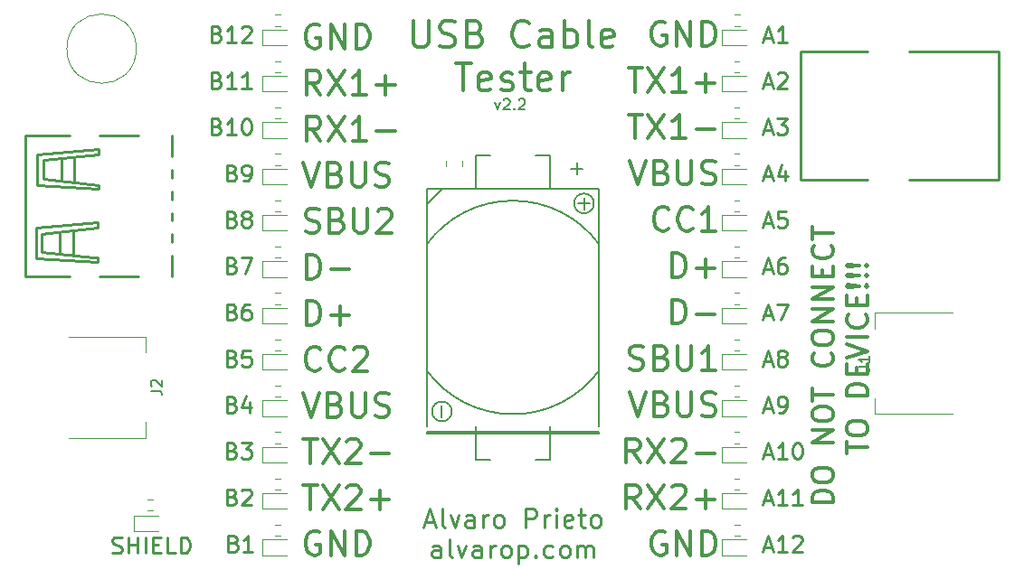
<source format=gbr>
%TF.GenerationSoftware,KiCad,Pcbnew,7.0.8*%
%TF.CreationDate,2024-05-30T14:18:46+02:00*%
%TF.ProjectId,usb_c_cable_tester,7573625f-635f-4636-9162-6c655f746573,2.2*%
%TF.SameCoordinates,Original*%
%TF.FileFunction,Legend,Top*%
%TF.FilePolarity,Positive*%
%FSLAX46Y46*%
G04 Gerber Fmt 4.6, Leading zero omitted, Abs format (unit mm)*
G04 Created by KiCad (PCBNEW 7.0.8) date 2024-05-30 14:18:46*
%MOMM*%
%LPD*%
G01*
G04 APERTURE LIST*
%ADD10C,0.321429*%
%ADD11C,0.214286*%
%ADD12C,0.250000*%
%ADD13C,0.357143*%
%ADD14C,0.150000*%
%ADD15C,0.120000*%
G04 APERTURE END LIST*
D10*
X110933334Y-87746904D02*
X111683334Y-89996904D01*
X111683334Y-89996904D02*
X112433334Y-87746904D01*
X113933334Y-88818333D02*
X114254762Y-88925476D01*
X114254762Y-88925476D02*
X114361905Y-89032619D01*
X114361905Y-89032619D02*
X114469048Y-89246904D01*
X114469048Y-89246904D02*
X114469048Y-89568333D01*
X114469048Y-89568333D02*
X114361905Y-89782619D01*
X114361905Y-89782619D02*
X114254762Y-89889762D01*
X114254762Y-89889762D02*
X114040477Y-89996904D01*
X114040477Y-89996904D02*
X113183334Y-89996904D01*
X113183334Y-89996904D02*
X113183334Y-87746904D01*
X113183334Y-87746904D02*
X113933334Y-87746904D01*
X113933334Y-87746904D02*
X114147620Y-87854047D01*
X114147620Y-87854047D02*
X114254762Y-87961190D01*
X114254762Y-87961190D02*
X114361905Y-88175476D01*
X114361905Y-88175476D02*
X114361905Y-88389762D01*
X114361905Y-88389762D02*
X114254762Y-88604047D01*
X114254762Y-88604047D02*
X114147620Y-88711190D01*
X114147620Y-88711190D02*
X113933334Y-88818333D01*
X113933334Y-88818333D02*
X113183334Y-88818333D01*
X115433334Y-87746904D02*
X115433334Y-89568333D01*
X115433334Y-89568333D02*
X115540477Y-89782619D01*
X115540477Y-89782619D02*
X115647620Y-89889762D01*
X115647620Y-89889762D02*
X115861905Y-89996904D01*
X115861905Y-89996904D02*
X116290477Y-89996904D01*
X116290477Y-89996904D02*
X116504762Y-89889762D01*
X116504762Y-89889762D02*
X116611905Y-89782619D01*
X116611905Y-89782619D02*
X116719048Y-89568333D01*
X116719048Y-89568333D02*
X116719048Y-87746904D01*
X117683334Y-89889762D02*
X118004763Y-89996904D01*
X118004763Y-89996904D02*
X118540477Y-89996904D01*
X118540477Y-89996904D02*
X118754763Y-89889762D01*
X118754763Y-89889762D02*
X118861905Y-89782619D01*
X118861905Y-89782619D02*
X118969048Y-89568333D01*
X118969048Y-89568333D02*
X118969048Y-89354047D01*
X118969048Y-89354047D02*
X118861905Y-89139762D01*
X118861905Y-89139762D02*
X118754763Y-89032619D01*
X118754763Y-89032619D02*
X118540477Y-88925476D01*
X118540477Y-88925476D02*
X118111905Y-88818333D01*
X118111905Y-88818333D02*
X117897620Y-88711190D01*
X117897620Y-88711190D02*
X117790477Y-88604047D01*
X117790477Y-88604047D02*
X117683334Y-88389762D01*
X117683334Y-88389762D02*
X117683334Y-88175476D01*
X117683334Y-88175476D02*
X117790477Y-87961190D01*
X117790477Y-87961190D02*
X117897620Y-87854047D01*
X117897620Y-87854047D02*
X118111905Y-87746904D01*
X118111905Y-87746904D02*
X118647620Y-87746904D01*
X118647620Y-87746904D02*
X118969048Y-87854047D01*
D11*
X123486905Y-123954214D02*
X124201191Y-123954214D01*
X123344048Y-124382785D02*
X123844048Y-122882785D01*
X123844048Y-122882785D02*
X124344048Y-124382785D01*
X125629762Y-124382785D02*
X124772619Y-124382785D01*
X125201190Y-124382785D02*
X125201190Y-122882785D01*
X125201190Y-122882785D02*
X125058333Y-123097071D01*
X125058333Y-123097071D02*
X124915476Y-123239928D01*
X124915476Y-123239928D02*
X124772619Y-123311357D01*
X126201190Y-123025642D02*
X126272618Y-122954214D01*
X126272618Y-122954214D02*
X126415476Y-122882785D01*
X126415476Y-122882785D02*
X126772618Y-122882785D01*
X126772618Y-122882785D02*
X126915476Y-122954214D01*
X126915476Y-122954214D02*
X126986904Y-123025642D01*
X126986904Y-123025642D02*
X127058333Y-123168499D01*
X127058333Y-123168499D02*
X127058333Y-123311357D01*
X127058333Y-123311357D02*
X126986904Y-123525642D01*
X126986904Y-123525642D02*
X126129761Y-124382785D01*
X126129761Y-124382785D02*
X127058333Y-124382785D01*
D10*
X110826190Y-79065086D02*
X112111905Y-79065086D01*
X111469047Y-81315086D02*
X111469047Y-79065086D01*
X112647619Y-79065086D02*
X114147619Y-81315086D01*
X114147619Y-79065086D02*
X112647619Y-81315086D01*
X116183333Y-81315086D02*
X114897619Y-81315086D01*
X115540476Y-81315086D02*
X115540476Y-79065086D01*
X115540476Y-79065086D02*
X115326190Y-79386515D01*
X115326190Y-79386515D02*
X115111905Y-79600801D01*
X115111905Y-79600801D02*
X114897619Y-79707944D01*
X117147619Y-80457944D02*
X118861905Y-80457944D01*
X118004762Y-81315086D02*
X118004762Y-79600801D01*
D11*
X73707143Y-119256161D02*
X73921429Y-119327589D01*
X73921429Y-119327589D02*
X73992858Y-119399018D01*
X73992858Y-119399018D02*
X74064286Y-119541875D01*
X74064286Y-119541875D02*
X74064286Y-119756161D01*
X74064286Y-119756161D02*
X73992858Y-119899018D01*
X73992858Y-119899018D02*
X73921429Y-119970447D01*
X73921429Y-119970447D02*
X73778572Y-120041875D01*
X73778572Y-120041875D02*
X73207143Y-120041875D01*
X73207143Y-120041875D02*
X73207143Y-118541875D01*
X73207143Y-118541875D02*
X73707143Y-118541875D01*
X73707143Y-118541875D02*
X73850001Y-118613304D01*
X73850001Y-118613304D02*
X73921429Y-118684732D01*
X73921429Y-118684732D02*
X73992858Y-118827589D01*
X73992858Y-118827589D02*
X73992858Y-118970447D01*
X73992858Y-118970447D02*
X73921429Y-119113304D01*
X73921429Y-119113304D02*
X73850001Y-119184732D01*
X73850001Y-119184732D02*
X73707143Y-119256161D01*
X73707143Y-119256161D02*
X73207143Y-119256161D01*
X74635715Y-118684732D02*
X74707143Y-118613304D01*
X74707143Y-118613304D02*
X74850001Y-118541875D01*
X74850001Y-118541875D02*
X75207143Y-118541875D01*
X75207143Y-118541875D02*
X75350001Y-118613304D01*
X75350001Y-118613304D02*
X75421429Y-118684732D01*
X75421429Y-118684732D02*
X75492858Y-118827589D01*
X75492858Y-118827589D02*
X75492858Y-118970447D01*
X75492858Y-118970447D02*
X75421429Y-119184732D01*
X75421429Y-119184732D02*
X74564286Y-120041875D01*
X74564286Y-120041875D02*
X75492858Y-120041875D01*
D10*
X80707142Y-103133263D02*
X80707142Y-100883263D01*
X80707142Y-100883263D02*
X81242856Y-100883263D01*
X81242856Y-100883263D02*
X81564285Y-100990406D01*
X81564285Y-100990406D02*
X81778570Y-101204692D01*
X81778570Y-101204692D02*
X81885713Y-101418978D01*
X81885713Y-101418978D02*
X81992856Y-101847549D01*
X81992856Y-101847549D02*
X81992856Y-102168978D01*
X81992856Y-102168978D02*
X81885713Y-102597549D01*
X81885713Y-102597549D02*
X81778570Y-102811835D01*
X81778570Y-102811835D02*
X81564285Y-103026121D01*
X81564285Y-103026121D02*
X81242856Y-103133263D01*
X81242856Y-103133263D02*
X80707142Y-103133263D01*
X82957142Y-102276121D02*
X84671428Y-102276121D01*
X83814285Y-103133263D02*
X83814285Y-101418978D01*
X114576191Y-94123528D02*
X114469048Y-94230671D01*
X114469048Y-94230671D02*
X114147620Y-94337813D01*
X114147620Y-94337813D02*
X113933334Y-94337813D01*
X113933334Y-94337813D02*
X113611905Y-94230671D01*
X113611905Y-94230671D02*
X113397620Y-94016385D01*
X113397620Y-94016385D02*
X113290477Y-93802099D01*
X113290477Y-93802099D02*
X113183334Y-93373528D01*
X113183334Y-93373528D02*
X113183334Y-93052099D01*
X113183334Y-93052099D02*
X113290477Y-92623528D01*
X113290477Y-92623528D02*
X113397620Y-92409242D01*
X113397620Y-92409242D02*
X113611905Y-92194956D01*
X113611905Y-92194956D02*
X113933334Y-92087813D01*
X113933334Y-92087813D02*
X114147620Y-92087813D01*
X114147620Y-92087813D02*
X114469048Y-92194956D01*
X114469048Y-92194956D02*
X114576191Y-92302099D01*
X116826191Y-94123528D02*
X116719048Y-94230671D01*
X116719048Y-94230671D02*
X116397620Y-94337813D01*
X116397620Y-94337813D02*
X116183334Y-94337813D01*
X116183334Y-94337813D02*
X115861905Y-94230671D01*
X115861905Y-94230671D02*
X115647620Y-94016385D01*
X115647620Y-94016385D02*
X115540477Y-93802099D01*
X115540477Y-93802099D02*
X115433334Y-93373528D01*
X115433334Y-93373528D02*
X115433334Y-93052099D01*
X115433334Y-93052099D02*
X115540477Y-92623528D01*
X115540477Y-92623528D02*
X115647620Y-92409242D01*
X115647620Y-92409242D02*
X115861905Y-92194956D01*
X115861905Y-92194956D02*
X116183334Y-92087813D01*
X116183334Y-92087813D02*
X116397620Y-92087813D01*
X116397620Y-92087813D02*
X116719048Y-92194956D01*
X116719048Y-92194956D02*
X116826191Y-92302099D01*
X118969048Y-94337813D02*
X117683334Y-94337813D01*
X118326191Y-94337813D02*
X118326191Y-92087813D01*
X118326191Y-92087813D02*
X118111905Y-92409242D01*
X118111905Y-92409242D02*
X117897620Y-92623528D01*
X117897620Y-92623528D02*
X117683334Y-92730671D01*
X111897619Y-116042358D02*
X111147619Y-114970930D01*
X110611905Y-116042358D02*
X110611905Y-113792358D01*
X110611905Y-113792358D02*
X111469048Y-113792358D01*
X111469048Y-113792358D02*
X111683333Y-113899501D01*
X111683333Y-113899501D02*
X111790476Y-114006644D01*
X111790476Y-114006644D02*
X111897619Y-114220930D01*
X111897619Y-114220930D02*
X111897619Y-114542358D01*
X111897619Y-114542358D02*
X111790476Y-114756644D01*
X111790476Y-114756644D02*
X111683333Y-114863787D01*
X111683333Y-114863787D02*
X111469048Y-114970930D01*
X111469048Y-114970930D02*
X110611905Y-114970930D01*
X112647619Y-113792358D02*
X114147619Y-116042358D01*
X114147619Y-113792358D02*
X112647619Y-116042358D01*
X114897619Y-114006644D02*
X115004762Y-113899501D01*
X115004762Y-113899501D02*
X115219048Y-113792358D01*
X115219048Y-113792358D02*
X115754762Y-113792358D01*
X115754762Y-113792358D02*
X115969048Y-113899501D01*
X115969048Y-113899501D02*
X116076190Y-114006644D01*
X116076190Y-114006644D02*
X116183333Y-114220930D01*
X116183333Y-114220930D02*
X116183333Y-114435216D01*
X116183333Y-114435216D02*
X116076190Y-114756644D01*
X116076190Y-114756644D02*
X114790476Y-116042358D01*
X114790476Y-116042358D02*
X116183333Y-116042358D01*
X117147619Y-115185216D02*
X118861905Y-115185216D01*
D11*
X73707143Y-106233434D02*
X73921429Y-106304862D01*
X73921429Y-106304862D02*
X73992858Y-106376291D01*
X73992858Y-106376291D02*
X74064286Y-106519148D01*
X74064286Y-106519148D02*
X74064286Y-106733434D01*
X74064286Y-106733434D02*
X73992858Y-106876291D01*
X73992858Y-106876291D02*
X73921429Y-106947720D01*
X73921429Y-106947720D02*
X73778572Y-107019148D01*
X73778572Y-107019148D02*
X73207143Y-107019148D01*
X73207143Y-107019148D02*
X73207143Y-105519148D01*
X73207143Y-105519148D02*
X73707143Y-105519148D01*
X73707143Y-105519148D02*
X73850001Y-105590577D01*
X73850001Y-105590577D02*
X73921429Y-105662005D01*
X73921429Y-105662005D02*
X73992858Y-105804862D01*
X73992858Y-105804862D02*
X73992858Y-105947720D01*
X73992858Y-105947720D02*
X73921429Y-106090577D01*
X73921429Y-106090577D02*
X73850001Y-106162005D01*
X73850001Y-106162005D02*
X73707143Y-106233434D01*
X73707143Y-106233434D02*
X73207143Y-106233434D01*
X75421429Y-105519148D02*
X74707143Y-105519148D01*
X74707143Y-105519148D02*
X74635715Y-106233434D01*
X74635715Y-106233434D02*
X74707143Y-106162005D01*
X74707143Y-106162005D02*
X74850001Y-106090577D01*
X74850001Y-106090577D02*
X75207143Y-106090577D01*
X75207143Y-106090577D02*
X75350001Y-106162005D01*
X75350001Y-106162005D02*
X75421429Y-106233434D01*
X75421429Y-106233434D02*
X75492858Y-106376291D01*
X75492858Y-106376291D02*
X75492858Y-106733434D01*
X75492858Y-106733434D02*
X75421429Y-106876291D01*
X75421429Y-106876291D02*
X75350001Y-106947720D01*
X75350001Y-106947720D02*
X75207143Y-107019148D01*
X75207143Y-107019148D02*
X74850001Y-107019148D01*
X74850001Y-107019148D02*
X74707143Y-106947720D01*
X74707143Y-106947720D02*
X74635715Y-106876291D01*
D10*
X80600000Y-94389759D02*
X80921429Y-94496901D01*
X80921429Y-94496901D02*
X81457143Y-94496901D01*
X81457143Y-94496901D02*
X81671429Y-94389759D01*
X81671429Y-94389759D02*
X81778571Y-94282616D01*
X81778571Y-94282616D02*
X81885714Y-94068330D01*
X81885714Y-94068330D02*
X81885714Y-93854044D01*
X81885714Y-93854044D02*
X81778571Y-93639759D01*
X81778571Y-93639759D02*
X81671429Y-93532616D01*
X81671429Y-93532616D02*
X81457143Y-93425473D01*
X81457143Y-93425473D02*
X81028571Y-93318330D01*
X81028571Y-93318330D02*
X80814286Y-93211187D01*
X80814286Y-93211187D02*
X80707143Y-93104044D01*
X80707143Y-93104044D02*
X80600000Y-92889759D01*
X80600000Y-92889759D02*
X80600000Y-92675473D01*
X80600000Y-92675473D02*
X80707143Y-92461187D01*
X80707143Y-92461187D02*
X80814286Y-92354044D01*
X80814286Y-92354044D02*
X81028571Y-92246901D01*
X81028571Y-92246901D02*
X81564286Y-92246901D01*
X81564286Y-92246901D02*
X81885714Y-92354044D01*
X83600000Y-93318330D02*
X83921428Y-93425473D01*
X83921428Y-93425473D02*
X84028571Y-93532616D01*
X84028571Y-93532616D02*
X84135714Y-93746901D01*
X84135714Y-93746901D02*
X84135714Y-94068330D01*
X84135714Y-94068330D02*
X84028571Y-94282616D01*
X84028571Y-94282616D02*
X83921428Y-94389759D01*
X83921428Y-94389759D02*
X83707143Y-94496901D01*
X83707143Y-94496901D02*
X82850000Y-94496901D01*
X82850000Y-94496901D02*
X82850000Y-92246901D01*
X82850000Y-92246901D02*
X83600000Y-92246901D01*
X83600000Y-92246901D02*
X83814286Y-92354044D01*
X83814286Y-92354044D02*
X83921428Y-92461187D01*
X83921428Y-92461187D02*
X84028571Y-92675473D01*
X84028571Y-92675473D02*
X84028571Y-92889759D01*
X84028571Y-92889759D02*
X83921428Y-93104044D01*
X83921428Y-93104044D02*
X83814286Y-93211187D01*
X83814286Y-93211187D02*
X83600000Y-93318330D01*
X83600000Y-93318330D02*
X82850000Y-93318330D01*
X85100000Y-92246901D02*
X85100000Y-94068330D01*
X85100000Y-94068330D02*
X85207143Y-94282616D01*
X85207143Y-94282616D02*
X85314286Y-94389759D01*
X85314286Y-94389759D02*
X85528571Y-94496901D01*
X85528571Y-94496901D02*
X85957143Y-94496901D01*
X85957143Y-94496901D02*
X86171428Y-94389759D01*
X86171428Y-94389759D02*
X86278571Y-94282616D01*
X86278571Y-94282616D02*
X86385714Y-94068330D01*
X86385714Y-94068330D02*
X86385714Y-92246901D01*
X87350000Y-92461187D02*
X87457143Y-92354044D01*
X87457143Y-92354044D02*
X87671429Y-92246901D01*
X87671429Y-92246901D02*
X88207143Y-92246901D01*
X88207143Y-92246901D02*
X88421429Y-92354044D01*
X88421429Y-92354044D02*
X88528571Y-92461187D01*
X88528571Y-92461187D02*
X88635714Y-92675473D01*
X88635714Y-92675473D02*
X88635714Y-92889759D01*
X88635714Y-92889759D02*
X88528571Y-93211187D01*
X88528571Y-93211187D02*
X87242857Y-94496901D01*
X87242857Y-94496901D02*
X88635714Y-94496901D01*
D11*
X72278571Y-84528889D02*
X72492857Y-84600317D01*
X72492857Y-84600317D02*
X72564286Y-84671746D01*
X72564286Y-84671746D02*
X72635714Y-84814603D01*
X72635714Y-84814603D02*
X72635714Y-85028889D01*
X72635714Y-85028889D02*
X72564286Y-85171746D01*
X72564286Y-85171746D02*
X72492857Y-85243175D01*
X72492857Y-85243175D02*
X72350000Y-85314603D01*
X72350000Y-85314603D02*
X71778571Y-85314603D01*
X71778571Y-85314603D02*
X71778571Y-83814603D01*
X71778571Y-83814603D02*
X72278571Y-83814603D01*
X72278571Y-83814603D02*
X72421429Y-83886032D01*
X72421429Y-83886032D02*
X72492857Y-83957460D01*
X72492857Y-83957460D02*
X72564286Y-84100317D01*
X72564286Y-84100317D02*
X72564286Y-84243175D01*
X72564286Y-84243175D02*
X72492857Y-84386032D01*
X72492857Y-84386032D02*
X72421429Y-84457460D01*
X72421429Y-84457460D02*
X72278571Y-84528889D01*
X72278571Y-84528889D02*
X71778571Y-84528889D01*
X74064286Y-85314603D02*
X73207143Y-85314603D01*
X73635714Y-85314603D02*
X73635714Y-83814603D01*
X73635714Y-83814603D02*
X73492857Y-84028889D01*
X73492857Y-84028889D02*
X73350000Y-84171746D01*
X73350000Y-84171746D02*
X73207143Y-84243175D01*
X74992857Y-83814603D02*
X75135714Y-83814603D01*
X75135714Y-83814603D02*
X75278571Y-83886032D01*
X75278571Y-83886032D02*
X75350000Y-83957460D01*
X75350000Y-83957460D02*
X75421428Y-84100317D01*
X75421428Y-84100317D02*
X75492857Y-84386032D01*
X75492857Y-84386032D02*
X75492857Y-84743175D01*
X75492857Y-84743175D02*
X75421428Y-85028889D01*
X75421428Y-85028889D02*
X75350000Y-85171746D01*
X75350000Y-85171746D02*
X75278571Y-85243175D01*
X75278571Y-85243175D02*
X75135714Y-85314603D01*
X75135714Y-85314603D02*
X74992857Y-85314603D01*
X74992857Y-85314603D02*
X74850000Y-85243175D01*
X74850000Y-85243175D02*
X74778571Y-85171746D01*
X74778571Y-85171746D02*
X74707142Y-85028889D01*
X74707142Y-85028889D02*
X74635714Y-84743175D01*
X74635714Y-84743175D02*
X74635714Y-84386032D01*
X74635714Y-84386032D02*
X74707142Y-84100317D01*
X74707142Y-84100317D02*
X74778571Y-83957460D01*
X74778571Y-83957460D02*
X74850000Y-83886032D01*
X74850000Y-83886032D02*
X74992857Y-83814603D01*
D10*
X80385714Y-87928720D02*
X81135714Y-90178720D01*
X81135714Y-90178720D02*
X81885714Y-87928720D01*
X83385714Y-89000149D02*
X83707142Y-89107292D01*
X83707142Y-89107292D02*
X83814285Y-89214435D01*
X83814285Y-89214435D02*
X83921428Y-89428720D01*
X83921428Y-89428720D02*
X83921428Y-89750149D01*
X83921428Y-89750149D02*
X83814285Y-89964435D01*
X83814285Y-89964435D02*
X83707142Y-90071578D01*
X83707142Y-90071578D02*
X83492857Y-90178720D01*
X83492857Y-90178720D02*
X82635714Y-90178720D01*
X82635714Y-90178720D02*
X82635714Y-87928720D01*
X82635714Y-87928720D02*
X83385714Y-87928720D01*
X83385714Y-87928720D02*
X83600000Y-88035863D01*
X83600000Y-88035863D02*
X83707142Y-88143006D01*
X83707142Y-88143006D02*
X83814285Y-88357292D01*
X83814285Y-88357292D02*
X83814285Y-88571578D01*
X83814285Y-88571578D02*
X83707142Y-88785863D01*
X83707142Y-88785863D02*
X83600000Y-88893006D01*
X83600000Y-88893006D02*
X83385714Y-89000149D01*
X83385714Y-89000149D02*
X82635714Y-89000149D01*
X84885714Y-87928720D02*
X84885714Y-89750149D01*
X84885714Y-89750149D02*
X84992857Y-89964435D01*
X84992857Y-89964435D02*
X85100000Y-90071578D01*
X85100000Y-90071578D02*
X85314285Y-90178720D01*
X85314285Y-90178720D02*
X85742857Y-90178720D01*
X85742857Y-90178720D02*
X85957142Y-90071578D01*
X85957142Y-90071578D02*
X86064285Y-89964435D01*
X86064285Y-89964435D02*
X86171428Y-89750149D01*
X86171428Y-89750149D02*
X86171428Y-87928720D01*
X87135714Y-90071578D02*
X87457143Y-90178720D01*
X87457143Y-90178720D02*
X87992857Y-90178720D01*
X87992857Y-90178720D02*
X88207143Y-90071578D01*
X88207143Y-90071578D02*
X88314285Y-89964435D01*
X88314285Y-89964435D02*
X88421428Y-89750149D01*
X88421428Y-89750149D02*
X88421428Y-89535863D01*
X88421428Y-89535863D02*
X88314285Y-89321578D01*
X88314285Y-89321578D02*
X88207143Y-89214435D01*
X88207143Y-89214435D02*
X87992857Y-89107292D01*
X87992857Y-89107292D02*
X87564285Y-89000149D01*
X87564285Y-89000149D02*
X87350000Y-88893006D01*
X87350000Y-88893006D02*
X87242857Y-88785863D01*
X87242857Y-88785863D02*
X87135714Y-88571578D01*
X87135714Y-88571578D02*
X87135714Y-88357292D01*
X87135714Y-88357292D02*
X87242857Y-88143006D01*
X87242857Y-88143006D02*
X87350000Y-88035863D01*
X87350000Y-88035863D02*
X87564285Y-87928720D01*
X87564285Y-87928720D02*
X88100000Y-87928720D01*
X88100000Y-87928720D02*
X88421428Y-88035863D01*
X110933334Y-107253398D02*
X111254763Y-107360540D01*
X111254763Y-107360540D02*
X111790477Y-107360540D01*
X111790477Y-107360540D02*
X112004763Y-107253398D01*
X112004763Y-107253398D02*
X112111905Y-107146255D01*
X112111905Y-107146255D02*
X112219048Y-106931969D01*
X112219048Y-106931969D02*
X112219048Y-106717683D01*
X112219048Y-106717683D02*
X112111905Y-106503398D01*
X112111905Y-106503398D02*
X112004763Y-106396255D01*
X112004763Y-106396255D02*
X111790477Y-106289112D01*
X111790477Y-106289112D02*
X111361905Y-106181969D01*
X111361905Y-106181969D02*
X111147620Y-106074826D01*
X111147620Y-106074826D02*
X111040477Y-105967683D01*
X111040477Y-105967683D02*
X110933334Y-105753398D01*
X110933334Y-105753398D02*
X110933334Y-105539112D01*
X110933334Y-105539112D02*
X111040477Y-105324826D01*
X111040477Y-105324826D02*
X111147620Y-105217683D01*
X111147620Y-105217683D02*
X111361905Y-105110540D01*
X111361905Y-105110540D02*
X111897620Y-105110540D01*
X111897620Y-105110540D02*
X112219048Y-105217683D01*
X113933334Y-106181969D02*
X114254762Y-106289112D01*
X114254762Y-106289112D02*
X114361905Y-106396255D01*
X114361905Y-106396255D02*
X114469048Y-106610540D01*
X114469048Y-106610540D02*
X114469048Y-106931969D01*
X114469048Y-106931969D02*
X114361905Y-107146255D01*
X114361905Y-107146255D02*
X114254762Y-107253398D01*
X114254762Y-107253398D02*
X114040477Y-107360540D01*
X114040477Y-107360540D02*
X113183334Y-107360540D01*
X113183334Y-107360540D02*
X113183334Y-105110540D01*
X113183334Y-105110540D02*
X113933334Y-105110540D01*
X113933334Y-105110540D02*
X114147620Y-105217683D01*
X114147620Y-105217683D02*
X114254762Y-105324826D01*
X114254762Y-105324826D02*
X114361905Y-105539112D01*
X114361905Y-105539112D02*
X114361905Y-105753398D01*
X114361905Y-105753398D02*
X114254762Y-105967683D01*
X114254762Y-105967683D02*
X114147620Y-106074826D01*
X114147620Y-106074826D02*
X113933334Y-106181969D01*
X113933334Y-106181969D02*
X113183334Y-106181969D01*
X115433334Y-105110540D02*
X115433334Y-106931969D01*
X115433334Y-106931969D02*
X115540477Y-107146255D01*
X115540477Y-107146255D02*
X115647620Y-107253398D01*
X115647620Y-107253398D02*
X115861905Y-107360540D01*
X115861905Y-107360540D02*
X116290477Y-107360540D01*
X116290477Y-107360540D02*
X116504762Y-107253398D01*
X116504762Y-107253398D02*
X116611905Y-107146255D01*
X116611905Y-107146255D02*
X116719048Y-106931969D01*
X116719048Y-106931969D02*
X116719048Y-105110540D01*
X118969048Y-107360540D02*
X117683334Y-107360540D01*
X118326191Y-107360540D02*
X118326191Y-105110540D01*
X118326191Y-105110540D02*
X118111905Y-105431969D01*
X118111905Y-105431969D02*
X117897620Y-105646255D01*
X117897620Y-105646255D02*
X117683334Y-105753398D01*
X81885714Y-75081320D02*
X81671429Y-74974177D01*
X81671429Y-74974177D02*
X81350000Y-74974177D01*
X81350000Y-74974177D02*
X81028571Y-75081320D01*
X81028571Y-75081320D02*
X80814286Y-75295606D01*
X80814286Y-75295606D02*
X80707143Y-75509892D01*
X80707143Y-75509892D02*
X80600000Y-75938463D01*
X80600000Y-75938463D02*
X80600000Y-76259892D01*
X80600000Y-76259892D02*
X80707143Y-76688463D01*
X80707143Y-76688463D02*
X80814286Y-76902749D01*
X80814286Y-76902749D02*
X81028571Y-77117035D01*
X81028571Y-77117035D02*
X81350000Y-77224177D01*
X81350000Y-77224177D02*
X81564286Y-77224177D01*
X81564286Y-77224177D02*
X81885714Y-77117035D01*
X81885714Y-77117035D02*
X81992857Y-77009892D01*
X81992857Y-77009892D02*
X81992857Y-76259892D01*
X81992857Y-76259892D02*
X81564286Y-76259892D01*
X82957143Y-77224177D02*
X82957143Y-74974177D01*
X82957143Y-74974177D02*
X84242857Y-77224177D01*
X84242857Y-77224177D02*
X84242857Y-74974177D01*
X85314286Y-77224177D02*
X85314286Y-74974177D01*
X85314286Y-74974177D02*
X85850000Y-74974177D01*
X85850000Y-74974177D02*
X86171429Y-75081320D01*
X86171429Y-75081320D02*
X86385714Y-75295606D01*
X86385714Y-75295606D02*
X86492857Y-75509892D01*
X86492857Y-75509892D02*
X86600000Y-75938463D01*
X86600000Y-75938463D02*
X86600000Y-76259892D01*
X86600000Y-76259892D02*
X86492857Y-76688463D01*
X86492857Y-76688463D02*
X86385714Y-76902749D01*
X86385714Y-76902749D02*
X86171429Y-77117035D01*
X86171429Y-77117035D02*
X85850000Y-77224177D01*
X85850000Y-77224177D02*
X85314286Y-77224177D01*
D11*
X73707143Y-101892525D02*
X73921429Y-101963953D01*
X73921429Y-101963953D02*
X73992858Y-102035382D01*
X73992858Y-102035382D02*
X74064286Y-102178239D01*
X74064286Y-102178239D02*
X74064286Y-102392525D01*
X74064286Y-102392525D02*
X73992858Y-102535382D01*
X73992858Y-102535382D02*
X73921429Y-102606811D01*
X73921429Y-102606811D02*
X73778572Y-102678239D01*
X73778572Y-102678239D02*
X73207143Y-102678239D01*
X73207143Y-102678239D02*
X73207143Y-101178239D01*
X73207143Y-101178239D02*
X73707143Y-101178239D01*
X73707143Y-101178239D02*
X73850001Y-101249668D01*
X73850001Y-101249668D02*
X73921429Y-101321096D01*
X73921429Y-101321096D02*
X73992858Y-101463953D01*
X73992858Y-101463953D02*
X73992858Y-101606811D01*
X73992858Y-101606811D02*
X73921429Y-101749668D01*
X73921429Y-101749668D02*
X73850001Y-101821096D01*
X73850001Y-101821096D02*
X73707143Y-101892525D01*
X73707143Y-101892525D02*
X73207143Y-101892525D01*
X75350001Y-101178239D02*
X75064286Y-101178239D01*
X75064286Y-101178239D02*
X74921429Y-101249668D01*
X74921429Y-101249668D02*
X74850001Y-101321096D01*
X74850001Y-101321096D02*
X74707143Y-101535382D01*
X74707143Y-101535382D02*
X74635715Y-101821096D01*
X74635715Y-101821096D02*
X74635715Y-102392525D01*
X74635715Y-102392525D02*
X74707143Y-102535382D01*
X74707143Y-102535382D02*
X74778572Y-102606811D01*
X74778572Y-102606811D02*
X74921429Y-102678239D01*
X74921429Y-102678239D02*
X75207143Y-102678239D01*
X75207143Y-102678239D02*
X75350001Y-102606811D01*
X75350001Y-102606811D02*
X75421429Y-102535382D01*
X75421429Y-102535382D02*
X75492858Y-102392525D01*
X75492858Y-102392525D02*
X75492858Y-102035382D01*
X75492858Y-102035382D02*
X75421429Y-101892525D01*
X75421429Y-101892525D02*
X75350001Y-101821096D01*
X75350001Y-101821096D02*
X75207143Y-101749668D01*
X75207143Y-101749668D02*
X74921429Y-101749668D01*
X74921429Y-101749668D02*
X74778572Y-101821096D01*
X74778572Y-101821096D02*
X74707143Y-101892525D01*
X74707143Y-101892525D02*
X74635715Y-102035382D01*
X123486906Y-80545123D02*
X124201192Y-80545123D01*
X123344049Y-80973694D02*
X123844049Y-79473694D01*
X123844049Y-79473694D02*
X124344049Y-80973694D01*
X124772620Y-79616551D02*
X124844048Y-79545123D01*
X124844048Y-79545123D02*
X124986906Y-79473694D01*
X124986906Y-79473694D02*
X125344048Y-79473694D01*
X125344048Y-79473694D02*
X125486906Y-79545123D01*
X125486906Y-79545123D02*
X125558334Y-79616551D01*
X125558334Y-79616551D02*
X125629763Y-79759408D01*
X125629763Y-79759408D02*
X125629763Y-79902266D01*
X125629763Y-79902266D02*
X125558334Y-80116551D01*
X125558334Y-80116551D02*
X124701191Y-80973694D01*
X124701191Y-80973694D02*
X125629763Y-80973694D01*
D10*
X80385713Y-113837806D02*
X81671428Y-113837806D01*
X81028570Y-116087806D02*
X81028570Y-113837806D01*
X82207142Y-113837806D02*
X83707142Y-116087806D01*
X83707142Y-113837806D02*
X82207142Y-116087806D01*
X84457142Y-114052092D02*
X84564285Y-113944949D01*
X84564285Y-113944949D02*
X84778571Y-113837806D01*
X84778571Y-113837806D02*
X85314285Y-113837806D01*
X85314285Y-113837806D02*
X85528571Y-113944949D01*
X85528571Y-113944949D02*
X85635713Y-114052092D01*
X85635713Y-114052092D02*
X85742856Y-114266378D01*
X85742856Y-114266378D02*
X85742856Y-114480664D01*
X85742856Y-114480664D02*
X85635713Y-114802092D01*
X85635713Y-114802092D02*
X84349999Y-116087806D01*
X84349999Y-116087806D02*
X85742856Y-116087806D01*
X86707142Y-115230664D02*
X88421428Y-115230664D01*
D11*
X73861905Y-123597071D02*
X74076191Y-123668499D01*
X74076191Y-123668499D02*
X74147620Y-123739928D01*
X74147620Y-123739928D02*
X74219048Y-123882785D01*
X74219048Y-123882785D02*
X74219048Y-124097071D01*
X74219048Y-124097071D02*
X74147620Y-124239928D01*
X74147620Y-124239928D02*
X74076191Y-124311357D01*
X74076191Y-124311357D02*
X73933334Y-124382785D01*
X73933334Y-124382785D02*
X73361905Y-124382785D01*
X73361905Y-124382785D02*
X73361905Y-122882785D01*
X73361905Y-122882785D02*
X73861905Y-122882785D01*
X73861905Y-122882785D02*
X74004763Y-122954214D01*
X74004763Y-122954214D02*
X74076191Y-123025642D01*
X74076191Y-123025642D02*
X74147620Y-123168499D01*
X74147620Y-123168499D02*
X74147620Y-123311357D01*
X74147620Y-123311357D02*
X74076191Y-123454214D01*
X74076191Y-123454214D02*
X74004763Y-123525642D01*
X74004763Y-123525642D02*
X73861905Y-123597071D01*
X73861905Y-123597071D02*
X73361905Y-123597071D01*
X75647620Y-124382785D02*
X74790477Y-124382785D01*
X75219048Y-124382785D02*
X75219048Y-122882785D01*
X75219048Y-122882785D02*
X75076191Y-123097071D01*
X75076191Y-123097071D02*
X74933334Y-123239928D01*
X74933334Y-123239928D02*
X74790477Y-123311357D01*
D10*
X114254762Y-74831320D02*
X114040477Y-74724177D01*
X114040477Y-74724177D02*
X113719048Y-74724177D01*
X113719048Y-74724177D02*
X113397619Y-74831320D01*
X113397619Y-74831320D02*
X113183334Y-75045606D01*
X113183334Y-75045606D02*
X113076191Y-75259892D01*
X113076191Y-75259892D02*
X112969048Y-75688463D01*
X112969048Y-75688463D02*
X112969048Y-76009892D01*
X112969048Y-76009892D02*
X113076191Y-76438463D01*
X113076191Y-76438463D02*
X113183334Y-76652749D01*
X113183334Y-76652749D02*
X113397619Y-76867035D01*
X113397619Y-76867035D02*
X113719048Y-76974177D01*
X113719048Y-76974177D02*
X113933334Y-76974177D01*
X113933334Y-76974177D02*
X114254762Y-76867035D01*
X114254762Y-76867035D02*
X114361905Y-76759892D01*
X114361905Y-76759892D02*
X114361905Y-76009892D01*
X114361905Y-76009892D02*
X113933334Y-76009892D01*
X115326191Y-76974177D02*
X115326191Y-74724177D01*
X115326191Y-74724177D02*
X116611905Y-76974177D01*
X116611905Y-76974177D02*
X116611905Y-74724177D01*
X117683334Y-76974177D02*
X117683334Y-74724177D01*
X117683334Y-74724177D02*
X118219048Y-74724177D01*
X118219048Y-74724177D02*
X118540477Y-74831320D01*
X118540477Y-74831320D02*
X118754762Y-75045606D01*
X118754762Y-75045606D02*
X118861905Y-75259892D01*
X118861905Y-75259892D02*
X118969048Y-75688463D01*
X118969048Y-75688463D02*
X118969048Y-76009892D01*
X118969048Y-76009892D02*
X118861905Y-76438463D01*
X118861905Y-76438463D02*
X118754762Y-76652749D01*
X118754762Y-76652749D02*
X118540477Y-76867035D01*
X118540477Y-76867035D02*
X118219048Y-76974177D01*
X118219048Y-76974177D02*
X117683334Y-76974177D01*
X114254762Y-122581320D02*
X114040477Y-122474177D01*
X114040477Y-122474177D02*
X113719048Y-122474177D01*
X113719048Y-122474177D02*
X113397619Y-122581320D01*
X113397619Y-122581320D02*
X113183334Y-122795606D01*
X113183334Y-122795606D02*
X113076191Y-123009892D01*
X113076191Y-123009892D02*
X112969048Y-123438463D01*
X112969048Y-123438463D02*
X112969048Y-123759892D01*
X112969048Y-123759892D02*
X113076191Y-124188463D01*
X113076191Y-124188463D02*
X113183334Y-124402749D01*
X113183334Y-124402749D02*
X113397619Y-124617035D01*
X113397619Y-124617035D02*
X113719048Y-124724177D01*
X113719048Y-124724177D02*
X113933334Y-124724177D01*
X113933334Y-124724177D02*
X114254762Y-124617035D01*
X114254762Y-124617035D02*
X114361905Y-124509892D01*
X114361905Y-124509892D02*
X114361905Y-123759892D01*
X114361905Y-123759892D02*
X113933334Y-123759892D01*
X115326191Y-124724177D02*
X115326191Y-122474177D01*
X115326191Y-122474177D02*
X116611905Y-124724177D01*
X116611905Y-124724177D02*
X116611905Y-122474177D01*
X117683334Y-124724177D02*
X117683334Y-122474177D01*
X117683334Y-122474177D02*
X118219048Y-122474177D01*
X118219048Y-122474177D02*
X118540477Y-122581320D01*
X118540477Y-122581320D02*
X118754762Y-122795606D01*
X118754762Y-122795606D02*
X118861905Y-123009892D01*
X118861905Y-123009892D02*
X118969048Y-123438463D01*
X118969048Y-123438463D02*
X118969048Y-123759892D01*
X118969048Y-123759892D02*
X118861905Y-124188463D01*
X118861905Y-124188463D02*
X118754762Y-124402749D01*
X118754762Y-124402749D02*
X118540477Y-124617035D01*
X118540477Y-124617035D02*
X118219048Y-124724177D01*
X118219048Y-124724177D02*
X117683334Y-124724177D01*
D11*
X123486906Y-76204214D02*
X124201192Y-76204214D01*
X123344049Y-76632785D02*
X123844049Y-75132785D01*
X123844049Y-75132785D02*
X124344049Y-76632785D01*
X125629763Y-76632785D02*
X124772620Y-76632785D01*
X125201191Y-76632785D02*
X125201191Y-75132785D01*
X125201191Y-75132785D02*
X125058334Y-75347071D01*
X125058334Y-75347071D02*
X124915477Y-75489928D01*
X124915477Y-75489928D02*
X124772620Y-75561357D01*
X123486905Y-119613304D02*
X124201191Y-119613304D01*
X123344048Y-120041875D02*
X123844048Y-118541875D01*
X123844048Y-118541875D02*
X124344048Y-120041875D01*
X125629762Y-120041875D02*
X124772619Y-120041875D01*
X125201190Y-120041875D02*
X125201190Y-118541875D01*
X125201190Y-118541875D02*
X125058333Y-118756161D01*
X125058333Y-118756161D02*
X124915476Y-118899018D01*
X124915476Y-118899018D02*
X124772619Y-118970447D01*
X127058333Y-120041875D02*
X126201190Y-120041875D01*
X126629761Y-120041875D02*
X126629761Y-118541875D01*
X126629761Y-118541875D02*
X126486904Y-118756161D01*
X126486904Y-118756161D02*
X126344047Y-118899018D01*
X126344047Y-118899018D02*
X126201190Y-118970447D01*
X72278571Y-75847071D02*
X72492857Y-75918499D01*
X72492857Y-75918499D02*
X72564286Y-75989928D01*
X72564286Y-75989928D02*
X72635714Y-76132785D01*
X72635714Y-76132785D02*
X72635714Y-76347071D01*
X72635714Y-76347071D02*
X72564286Y-76489928D01*
X72564286Y-76489928D02*
X72492857Y-76561357D01*
X72492857Y-76561357D02*
X72350000Y-76632785D01*
X72350000Y-76632785D02*
X71778571Y-76632785D01*
X71778571Y-76632785D02*
X71778571Y-75132785D01*
X71778571Y-75132785D02*
X72278571Y-75132785D01*
X72278571Y-75132785D02*
X72421429Y-75204214D01*
X72421429Y-75204214D02*
X72492857Y-75275642D01*
X72492857Y-75275642D02*
X72564286Y-75418499D01*
X72564286Y-75418499D02*
X72564286Y-75561357D01*
X72564286Y-75561357D02*
X72492857Y-75704214D01*
X72492857Y-75704214D02*
X72421429Y-75775642D01*
X72421429Y-75775642D02*
X72278571Y-75847071D01*
X72278571Y-75847071D02*
X71778571Y-75847071D01*
X74064286Y-76632785D02*
X73207143Y-76632785D01*
X73635714Y-76632785D02*
X73635714Y-75132785D01*
X73635714Y-75132785D02*
X73492857Y-75347071D01*
X73492857Y-75347071D02*
X73350000Y-75489928D01*
X73350000Y-75489928D02*
X73207143Y-75561357D01*
X74635714Y-75275642D02*
X74707142Y-75204214D01*
X74707142Y-75204214D02*
X74850000Y-75132785D01*
X74850000Y-75132785D02*
X75207142Y-75132785D01*
X75207142Y-75132785D02*
X75350000Y-75204214D01*
X75350000Y-75204214D02*
X75421428Y-75275642D01*
X75421428Y-75275642D02*
X75492857Y-75418499D01*
X75492857Y-75418499D02*
X75492857Y-75561357D01*
X75492857Y-75561357D02*
X75421428Y-75775642D01*
X75421428Y-75775642D02*
X74564285Y-76632785D01*
X74564285Y-76632785D02*
X75492857Y-76632785D01*
X123486906Y-84886032D02*
X124201192Y-84886032D01*
X123344049Y-85314603D02*
X123844049Y-83814603D01*
X123844049Y-83814603D02*
X124344049Y-85314603D01*
X124701191Y-83814603D02*
X125629763Y-83814603D01*
X125629763Y-83814603D02*
X125129763Y-84386032D01*
X125129763Y-84386032D02*
X125344048Y-84386032D01*
X125344048Y-84386032D02*
X125486906Y-84457460D01*
X125486906Y-84457460D02*
X125558334Y-84528889D01*
X125558334Y-84528889D02*
X125629763Y-84671746D01*
X125629763Y-84671746D02*
X125629763Y-85028889D01*
X125629763Y-85028889D02*
X125558334Y-85171746D01*
X125558334Y-85171746D02*
X125486906Y-85243175D01*
X125486906Y-85243175D02*
X125344048Y-85314603D01*
X125344048Y-85314603D02*
X124915477Y-85314603D01*
X124915477Y-85314603D02*
X124772620Y-85243175D01*
X124772620Y-85243175D02*
X124701191Y-85171746D01*
D10*
X80385713Y-118155987D02*
X81671428Y-118155987D01*
X81028570Y-120405987D02*
X81028570Y-118155987D01*
X82207142Y-118155987D02*
X83707142Y-120405987D01*
X83707142Y-118155987D02*
X82207142Y-120405987D01*
X84457142Y-118370273D02*
X84564285Y-118263130D01*
X84564285Y-118263130D02*
X84778571Y-118155987D01*
X84778571Y-118155987D02*
X85314285Y-118155987D01*
X85314285Y-118155987D02*
X85528571Y-118263130D01*
X85528571Y-118263130D02*
X85635713Y-118370273D01*
X85635713Y-118370273D02*
X85742856Y-118584559D01*
X85742856Y-118584559D02*
X85742856Y-118798845D01*
X85742856Y-118798845D02*
X85635713Y-119120273D01*
X85635713Y-119120273D02*
X84349999Y-120405987D01*
X84349999Y-120405987D02*
X85742856Y-120405987D01*
X86707142Y-119548845D02*
X88421428Y-119548845D01*
X87564285Y-120405987D02*
X87564285Y-118691702D01*
D11*
X123486906Y-89226941D02*
X124201192Y-89226941D01*
X123344049Y-89655512D02*
X123844049Y-88155512D01*
X123844049Y-88155512D02*
X124344049Y-89655512D01*
X125486906Y-88655512D02*
X125486906Y-89655512D01*
X125129763Y-88084084D02*
X124772620Y-89155512D01*
X124772620Y-89155512D02*
X125701191Y-89155512D01*
D12*
X91791668Y-121637834D02*
X92625001Y-121637834D01*
X91625001Y-122137834D02*
X92208335Y-120387834D01*
X92208335Y-120387834D02*
X92791668Y-122137834D01*
X93625001Y-122137834D02*
X93458335Y-122054501D01*
X93458335Y-122054501D02*
X93375001Y-121887834D01*
X93375001Y-121887834D02*
X93375001Y-120387834D01*
X94125002Y-120971167D02*
X94541668Y-122137834D01*
X94541668Y-122137834D02*
X94958335Y-120971167D01*
X96375001Y-122137834D02*
X96375001Y-121221167D01*
X96375001Y-121221167D02*
X96291668Y-121054501D01*
X96291668Y-121054501D02*
X96125001Y-120971167D01*
X96125001Y-120971167D02*
X95791668Y-120971167D01*
X95791668Y-120971167D02*
X95625001Y-121054501D01*
X96375001Y-122054501D02*
X96208335Y-122137834D01*
X96208335Y-122137834D02*
X95791668Y-122137834D01*
X95791668Y-122137834D02*
X95625001Y-122054501D01*
X95625001Y-122054501D02*
X95541668Y-121887834D01*
X95541668Y-121887834D02*
X95541668Y-121721167D01*
X95541668Y-121721167D02*
X95625001Y-121554501D01*
X95625001Y-121554501D02*
X95791668Y-121471167D01*
X95791668Y-121471167D02*
X96208335Y-121471167D01*
X96208335Y-121471167D02*
X96375001Y-121387834D01*
X97208334Y-122137834D02*
X97208334Y-120971167D01*
X97208334Y-121304501D02*
X97291668Y-121137834D01*
X97291668Y-121137834D02*
X97375001Y-121054501D01*
X97375001Y-121054501D02*
X97541668Y-120971167D01*
X97541668Y-120971167D02*
X97708334Y-120971167D01*
X98541667Y-122137834D02*
X98375001Y-122054501D01*
X98375001Y-122054501D02*
X98291667Y-121971167D01*
X98291667Y-121971167D02*
X98208334Y-121804501D01*
X98208334Y-121804501D02*
X98208334Y-121304501D01*
X98208334Y-121304501D02*
X98291667Y-121137834D01*
X98291667Y-121137834D02*
X98375001Y-121054501D01*
X98375001Y-121054501D02*
X98541667Y-120971167D01*
X98541667Y-120971167D02*
X98791667Y-120971167D01*
X98791667Y-120971167D02*
X98958334Y-121054501D01*
X98958334Y-121054501D02*
X99041667Y-121137834D01*
X99041667Y-121137834D02*
X99125001Y-121304501D01*
X99125001Y-121304501D02*
X99125001Y-121804501D01*
X99125001Y-121804501D02*
X99041667Y-121971167D01*
X99041667Y-121971167D02*
X98958334Y-122054501D01*
X98958334Y-122054501D02*
X98791667Y-122137834D01*
X98791667Y-122137834D02*
X98541667Y-122137834D01*
X101208333Y-122137834D02*
X101208333Y-120387834D01*
X101208333Y-120387834D02*
X101875000Y-120387834D01*
X101875000Y-120387834D02*
X102041667Y-120471167D01*
X102041667Y-120471167D02*
X102125000Y-120554501D01*
X102125000Y-120554501D02*
X102208333Y-120721167D01*
X102208333Y-120721167D02*
X102208333Y-120971167D01*
X102208333Y-120971167D02*
X102125000Y-121137834D01*
X102125000Y-121137834D02*
X102041667Y-121221167D01*
X102041667Y-121221167D02*
X101875000Y-121304501D01*
X101875000Y-121304501D02*
X101208333Y-121304501D01*
X102958333Y-122137834D02*
X102958333Y-120971167D01*
X102958333Y-121304501D02*
X103041667Y-121137834D01*
X103041667Y-121137834D02*
X103125000Y-121054501D01*
X103125000Y-121054501D02*
X103291667Y-120971167D01*
X103291667Y-120971167D02*
X103458333Y-120971167D01*
X104041666Y-122137834D02*
X104041666Y-120971167D01*
X104041666Y-120387834D02*
X103958333Y-120471167D01*
X103958333Y-120471167D02*
X104041666Y-120554501D01*
X104041666Y-120554501D02*
X104125000Y-120471167D01*
X104125000Y-120471167D02*
X104041666Y-120387834D01*
X104041666Y-120387834D02*
X104041666Y-120554501D01*
X105541666Y-122054501D02*
X105374999Y-122137834D01*
X105374999Y-122137834D02*
X105041666Y-122137834D01*
X105041666Y-122137834D02*
X104874999Y-122054501D01*
X104874999Y-122054501D02*
X104791666Y-121887834D01*
X104791666Y-121887834D02*
X104791666Y-121221167D01*
X104791666Y-121221167D02*
X104874999Y-121054501D01*
X104874999Y-121054501D02*
X105041666Y-120971167D01*
X105041666Y-120971167D02*
X105374999Y-120971167D01*
X105374999Y-120971167D02*
X105541666Y-121054501D01*
X105541666Y-121054501D02*
X105624999Y-121221167D01*
X105624999Y-121221167D02*
X105624999Y-121387834D01*
X105624999Y-121387834D02*
X104791666Y-121554501D01*
X106124999Y-120971167D02*
X106791666Y-120971167D01*
X106374999Y-120387834D02*
X106374999Y-121887834D01*
X106374999Y-121887834D02*
X106458333Y-122054501D01*
X106458333Y-122054501D02*
X106624999Y-122137834D01*
X106624999Y-122137834D02*
X106791666Y-122137834D01*
X107624999Y-122137834D02*
X107458333Y-122054501D01*
X107458333Y-122054501D02*
X107374999Y-121971167D01*
X107374999Y-121971167D02*
X107291666Y-121804501D01*
X107291666Y-121804501D02*
X107291666Y-121304501D01*
X107291666Y-121304501D02*
X107374999Y-121137834D01*
X107374999Y-121137834D02*
X107458333Y-121054501D01*
X107458333Y-121054501D02*
X107624999Y-120971167D01*
X107624999Y-120971167D02*
X107874999Y-120971167D01*
X107874999Y-120971167D02*
X108041666Y-121054501D01*
X108041666Y-121054501D02*
X108124999Y-121137834D01*
X108124999Y-121137834D02*
X108208333Y-121304501D01*
X108208333Y-121304501D02*
X108208333Y-121804501D01*
X108208333Y-121804501D02*
X108124999Y-121971167D01*
X108124999Y-121971167D02*
X108041666Y-122054501D01*
X108041666Y-122054501D02*
X107874999Y-122137834D01*
X107874999Y-122137834D02*
X107624999Y-122137834D01*
X93208334Y-124955334D02*
X93208334Y-124038667D01*
X93208334Y-124038667D02*
X93125001Y-123872001D01*
X93125001Y-123872001D02*
X92958334Y-123788667D01*
X92958334Y-123788667D02*
X92625001Y-123788667D01*
X92625001Y-123788667D02*
X92458334Y-123872001D01*
X93208334Y-124872001D02*
X93041668Y-124955334D01*
X93041668Y-124955334D02*
X92625001Y-124955334D01*
X92625001Y-124955334D02*
X92458334Y-124872001D01*
X92458334Y-124872001D02*
X92375001Y-124705334D01*
X92375001Y-124705334D02*
X92375001Y-124538667D01*
X92375001Y-124538667D02*
X92458334Y-124372001D01*
X92458334Y-124372001D02*
X92625001Y-124288667D01*
X92625001Y-124288667D02*
X93041668Y-124288667D01*
X93041668Y-124288667D02*
X93208334Y-124205334D01*
X94291667Y-124955334D02*
X94125001Y-124872001D01*
X94125001Y-124872001D02*
X94041667Y-124705334D01*
X94041667Y-124705334D02*
X94041667Y-123205334D01*
X94791668Y-123788667D02*
X95208334Y-124955334D01*
X95208334Y-124955334D02*
X95625001Y-123788667D01*
X97041667Y-124955334D02*
X97041667Y-124038667D01*
X97041667Y-124038667D02*
X96958334Y-123872001D01*
X96958334Y-123872001D02*
X96791667Y-123788667D01*
X96791667Y-123788667D02*
X96458334Y-123788667D01*
X96458334Y-123788667D02*
X96291667Y-123872001D01*
X97041667Y-124872001D02*
X96875001Y-124955334D01*
X96875001Y-124955334D02*
X96458334Y-124955334D01*
X96458334Y-124955334D02*
X96291667Y-124872001D01*
X96291667Y-124872001D02*
X96208334Y-124705334D01*
X96208334Y-124705334D02*
X96208334Y-124538667D01*
X96208334Y-124538667D02*
X96291667Y-124372001D01*
X96291667Y-124372001D02*
X96458334Y-124288667D01*
X96458334Y-124288667D02*
X96875001Y-124288667D01*
X96875001Y-124288667D02*
X97041667Y-124205334D01*
X97875000Y-124955334D02*
X97875000Y-123788667D01*
X97875000Y-124122001D02*
X97958334Y-123955334D01*
X97958334Y-123955334D02*
X98041667Y-123872001D01*
X98041667Y-123872001D02*
X98208334Y-123788667D01*
X98208334Y-123788667D02*
X98375000Y-123788667D01*
X99208333Y-124955334D02*
X99041667Y-124872001D01*
X99041667Y-124872001D02*
X98958333Y-124788667D01*
X98958333Y-124788667D02*
X98875000Y-124622001D01*
X98875000Y-124622001D02*
X98875000Y-124122001D01*
X98875000Y-124122001D02*
X98958333Y-123955334D01*
X98958333Y-123955334D02*
X99041667Y-123872001D01*
X99041667Y-123872001D02*
X99208333Y-123788667D01*
X99208333Y-123788667D02*
X99458333Y-123788667D01*
X99458333Y-123788667D02*
X99625000Y-123872001D01*
X99625000Y-123872001D02*
X99708333Y-123955334D01*
X99708333Y-123955334D02*
X99791667Y-124122001D01*
X99791667Y-124122001D02*
X99791667Y-124622001D01*
X99791667Y-124622001D02*
X99708333Y-124788667D01*
X99708333Y-124788667D02*
X99625000Y-124872001D01*
X99625000Y-124872001D02*
X99458333Y-124955334D01*
X99458333Y-124955334D02*
X99208333Y-124955334D01*
X100541666Y-123788667D02*
X100541666Y-125538667D01*
X100541666Y-123872001D02*
X100708333Y-123788667D01*
X100708333Y-123788667D02*
X101041666Y-123788667D01*
X101041666Y-123788667D02*
X101208333Y-123872001D01*
X101208333Y-123872001D02*
X101291666Y-123955334D01*
X101291666Y-123955334D02*
X101375000Y-124122001D01*
X101375000Y-124122001D02*
X101375000Y-124622001D01*
X101375000Y-124622001D02*
X101291666Y-124788667D01*
X101291666Y-124788667D02*
X101208333Y-124872001D01*
X101208333Y-124872001D02*
X101041666Y-124955334D01*
X101041666Y-124955334D02*
X100708333Y-124955334D01*
X100708333Y-124955334D02*
X100541666Y-124872001D01*
X102124999Y-124788667D02*
X102208333Y-124872001D01*
X102208333Y-124872001D02*
X102124999Y-124955334D01*
X102124999Y-124955334D02*
X102041666Y-124872001D01*
X102041666Y-124872001D02*
X102124999Y-124788667D01*
X102124999Y-124788667D02*
X102124999Y-124955334D01*
X103708332Y-124872001D02*
X103541666Y-124955334D01*
X103541666Y-124955334D02*
X103208332Y-124955334D01*
X103208332Y-124955334D02*
X103041666Y-124872001D01*
X103041666Y-124872001D02*
X102958332Y-124788667D01*
X102958332Y-124788667D02*
X102874999Y-124622001D01*
X102874999Y-124622001D02*
X102874999Y-124122001D01*
X102874999Y-124122001D02*
X102958332Y-123955334D01*
X102958332Y-123955334D02*
X103041666Y-123872001D01*
X103041666Y-123872001D02*
X103208332Y-123788667D01*
X103208332Y-123788667D02*
X103541666Y-123788667D01*
X103541666Y-123788667D02*
X103708332Y-123872001D01*
X104708332Y-124955334D02*
X104541666Y-124872001D01*
X104541666Y-124872001D02*
X104458332Y-124788667D01*
X104458332Y-124788667D02*
X104374999Y-124622001D01*
X104374999Y-124622001D02*
X104374999Y-124122001D01*
X104374999Y-124122001D02*
X104458332Y-123955334D01*
X104458332Y-123955334D02*
X104541666Y-123872001D01*
X104541666Y-123872001D02*
X104708332Y-123788667D01*
X104708332Y-123788667D02*
X104958332Y-123788667D01*
X104958332Y-123788667D02*
X105124999Y-123872001D01*
X105124999Y-123872001D02*
X105208332Y-123955334D01*
X105208332Y-123955334D02*
X105291666Y-124122001D01*
X105291666Y-124122001D02*
X105291666Y-124622001D01*
X105291666Y-124622001D02*
X105208332Y-124788667D01*
X105208332Y-124788667D02*
X105124999Y-124872001D01*
X105124999Y-124872001D02*
X104958332Y-124955334D01*
X104958332Y-124955334D02*
X104708332Y-124955334D01*
X106041665Y-124955334D02*
X106041665Y-123788667D01*
X106041665Y-123955334D02*
X106124999Y-123872001D01*
X106124999Y-123872001D02*
X106291665Y-123788667D01*
X106291665Y-123788667D02*
X106541665Y-123788667D01*
X106541665Y-123788667D02*
X106708332Y-123872001D01*
X106708332Y-123872001D02*
X106791665Y-124038667D01*
X106791665Y-124038667D02*
X106791665Y-124955334D01*
X106791665Y-124038667D02*
X106874999Y-123872001D01*
X106874999Y-123872001D02*
X107041665Y-123788667D01*
X107041665Y-123788667D02*
X107291665Y-123788667D01*
X107291665Y-123788667D02*
X107458332Y-123872001D01*
X107458332Y-123872001D02*
X107541665Y-124038667D01*
X107541665Y-124038667D02*
X107541665Y-124955334D01*
D10*
X80707142Y-98815082D02*
X80707142Y-96565082D01*
X80707142Y-96565082D02*
X81242856Y-96565082D01*
X81242856Y-96565082D02*
X81564285Y-96672225D01*
X81564285Y-96672225D02*
X81778570Y-96886511D01*
X81778570Y-96886511D02*
X81885713Y-97100797D01*
X81885713Y-97100797D02*
X81992856Y-97529368D01*
X81992856Y-97529368D02*
X81992856Y-97850797D01*
X81992856Y-97850797D02*
X81885713Y-98279368D01*
X81885713Y-98279368D02*
X81778570Y-98493654D01*
X81778570Y-98493654D02*
X81564285Y-98707940D01*
X81564285Y-98707940D02*
X81242856Y-98815082D01*
X81242856Y-98815082D02*
X80707142Y-98815082D01*
X82957142Y-97957940D02*
X84671428Y-97957940D01*
X114897619Y-103019631D02*
X114897619Y-100769631D01*
X114897619Y-100769631D02*
X115433333Y-100769631D01*
X115433333Y-100769631D02*
X115754762Y-100876774D01*
X115754762Y-100876774D02*
X115969047Y-101091060D01*
X115969047Y-101091060D02*
X116076190Y-101305346D01*
X116076190Y-101305346D02*
X116183333Y-101733917D01*
X116183333Y-101733917D02*
X116183333Y-102055346D01*
X116183333Y-102055346D02*
X116076190Y-102483917D01*
X116076190Y-102483917D02*
X115969047Y-102698203D01*
X115969047Y-102698203D02*
X115754762Y-102912489D01*
X115754762Y-102912489D02*
X115433333Y-103019631D01*
X115433333Y-103019631D02*
X114897619Y-103019631D01*
X117147619Y-102162489D02*
X118861905Y-102162489D01*
X110933334Y-109451449D02*
X111683334Y-111701449D01*
X111683334Y-111701449D02*
X112433334Y-109451449D01*
X113933334Y-110522878D02*
X114254762Y-110630021D01*
X114254762Y-110630021D02*
X114361905Y-110737164D01*
X114361905Y-110737164D02*
X114469048Y-110951449D01*
X114469048Y-110951449D02*
X114469048Y-111272878D01*
X114469048Y-111272878D02*
X114361905Y-111487164D01*
X114361905Y-111487164D02*
X114254762Y-111594307D01*
X114254762Y-111594307D02*
X114040477Y-111701449D01*
X114040477Y-111701449D02*
X113183334Y-111701449D01*
X113183334Y-111701449D02*
X113183334Y-109451449D01*
X113183334Y-109451449D02*
X113933334Y-109451449D01*
X113933334Y-109451449D02*
X114147620Y-109558592D01*
X114147620Y-109558592D02*
X114254762Y-109665735D01*
X114254762Y-109665735D02*
X114361905Y-109880021D01*
X114361905Y-109880021D02*
X114361905Y-110094307D01*
X114361905Y-110094307D02*
X114254762Y-110308592D01*
X114254762Y-110308592D02*
X114147620Y-110415735D01*
X114147620Y-110415735D02*
X113933334Y-110522878D01*
X113933334Y-110522878D02*
X113183334Y-110522878D01*
X115433334Y-109451449D02*
X115433334Y-111272878D01*
X115433334Y-111272878D02*
X115540477Y-111487164D01*
X115540477Y-111487164D02*
X115647620Y-111594307D01*
X115647620Y-111594307D02*
X115861905Y-111701449D01*
X115861905Y-111701449D02*
X116290477Y-111701449D01*
X116290477Y-111701449D02*
X116504762Y-111594307D01*
X116504762Y-111594307D02*
X116611905Y-111487164D01*
X116611905Y-111487164D02*
X116719048Y-111272878D01*
X116719048Y-111272878D02*
X116719048Y-109451449D01*
X117683334Y-111594307D02*
X118004763Y-111701449D01*
X118004763Y-111701449D02*
X118540477Y-111701449D01*
X118540477Y-111701449D02*
X118754763Y-111594307D01*
X118754763Y-111594307D02*
X118861905Y-111487164D01*
X118861905Y-111487164D02*
X118969048Y-111272878D01*
X118969048Y-111272878D02*
X118969048Y-111058592D01*
X118969048Y-111058592D02*
X118861905Y-110844307D01*
X118861905Y-110844307D02*
X118754763Y-110737164D01*
X118754763Y-110737164D02*
X118540477Y-110630021D01*
X118540477Y-110630021D02*
X118111905Y-110522878D01*
X118111905Y-110522878D02*
X117897620Y-110415735D01*
X117897620Y-110415735D02*
X117790477Y-110308592D01*
X117790477Y-110308592D02*
X117683334Y-110094307D01*
X117683334Y-110094307D02*
X117683334Y-109880021D01*
X117683334Y-109880021D02*
X117790477Y-109665735D01*
X117790477Y-109665735D02*
X117897620Y-109558592D01*
X117897620Y-109558592D02*
X118111905Y-109451449D01*
X118111905Y-109451449D02*
X118647620Y-109451449D01*
X118647620Y-109451449D02*
X118969048Y-109558592D01*
D11*
X73707143Y-97551616D02*
X73921429Y-97623044D01*
X73921429Y-97623044D02*
X73992858Y-97694473D01*
X73992858Y-97694473D02*
X74064286Y-97837330D01*
X74064286Y-97837330D02*
X74064286Y-98051616D01*
X74064286Y-98051616D02*
X73992858Y-98194473D01*
X73992858Y-98194473D02*
X73921429Y-98265902D01*
X73921429Y-98265902D02*
X73778572Y-98337330D01*
X73778572Y-98337330D02*
X73207143Y-98337330D01*
X73207143Y-98337330D02*
X73207143Y-96837330D01*
X73207143Y-96837330D02*
X73707143Y-96837330D01*
X73707143Y-96837330D02*
X73850001Y-96908759D01*
X73850001Y-96908759D02*
X73921429Y-96980187D01*
X73921429Y-96980187D02*
X73992858Y-97123044D01*
X73992858Y-97123044D02*
X73992858Y-97265902D01*
X73992858Y-97265902D02*
X73921429Y-97408759D01*
X73921429Y-97408759D02*
X73850001Y-97480187D01*
X73850001Y-97480187D02*
X73707143Y-97551616D01*
X73707143Y-97551616D02*
X73207143Y-97551616D01*
X74564286Y-96837330D02*
X75564286Y-96837330D01*
X75564286Y-96837330D02*
X74921429Y-98337330D01*
X73707143Y-114915252D02*
X73921429Y-114986680D01*
X73921429Y-114986680D02*
X73992858Y-115058109D01*
X73992858Y-115058109D02*
X74064286Y-115200966D01*
X74064286Y-115200966D02*
X74064286Y-115415252D01*
X74064286Y-115415252D02*
X73992858Y-115558109D01*
X73992858Y-115558109D02*
X73921429Y-115629538D01*
X73921429Y-115629538D02*
X73778572Y-115700966D01*
X73778572Y-115700966D02*
X73207143Y-115700966D01*
X73207143Y-115700966D02*
X73207143Y-114200966D01*
X73207143Y-114200966D02*
X73707143Y-114200966D01*
X73707143Y-114200966D02*
X73850001Y-114272395D01*
X73850001Y-114272395D02*
X73921429Y-114343823D01*
X73921429Y-114343823D02*
X73992858Y-114486680D01*
X73992858Y-114486680D02*
X73992858Y-114629538D01*
X73992858Y-114629538D02*
X73921429Y-114772395D01*
X73921429Y-114772395D02*
X73850001Y-114843823D01*
X73850001Y-114843823D02*
X73707143Y-114915252D01*
X73707143Y-114915252D02*
X73207143Y-114915252D01*
X74564286Y-114200966D02*
X75492858Y-114200966D01*
X75492858Y-114200966D02*
X74992858Y-114772395D01*
X74992858Y-114772395D02*
X75207143Y-114772395D01*
X75207143Y-114772395D02*
X75350001Y-114843823D01*
X75350001Y-114843823D02*
X75421429Y-114915252D01*
X75421429Y-114915252D02*
X75492858Y-115058109D01*
X75492858Y-115058109D02*
X75492858Y-115415252D01*
X75492858Y-115415252D02*
X75421429Y-115558109D01*
X75421429Y-115558109D02*
X75350001Y-115629538D01*
X75350001Y-115629538D02*
X75207143Y-115700966D01*
X75207143Y-115700966D02*
X74778572Y-115700966D01*
X74778572Y-115700966D02*
X74635715Y-115629538D01*
X74635715Y-115629538D02*
X74564286Y-115558109D01*
X123486906Y-97908759D02*
X124201192Y-97908759D01*
X123344049Y-98337330D02*
X123844049Y-96837330D01*
X123844049Y-96837330D02*
X124344049Y-98337330D01*
X125486906Y-96837330D02*
X125201191Y-96837330D01*
X125201191Y-96837330D02*
X125058334Y-96908759D01*
X125058334Y-96908759D02*
X124986906Y-96980187D01*
X124986906Y-96980187D02*
X124844048Y-97194473D01*
X124844048Y-97194473D02*
X124772620Y-97480187D01*
X124772620Y-97480187D02*
X124772620Y-98051616D01*
X124772620Y-98051616D02*
X124844048Y-98194473D01*
X124844048Y-98194473D02*
X124915477Y-98265902D01*
X124915477Y-98265902D02*
X125058334Y-98337330D01*
X125058334Y-98337330D02*
X125344048Y-98337330D01*
X125344048Y-98337330D02*
X125486906Y-98265902D01*
X125486906Y-98265902D02*
X125558334Y-98194473D01*
X125558334Y-98194473D02*
X125629763Y-98051616D01*
X125629763Y-98051616D02*
X125629763Y-97694473D01*
X125629763Y-97694473D02*
X125558334Y-97551616D01*
X125558334Y-97551616D02*
X125486906Y-97480187D01*
X125486906Y-97480187D02*
X125344048Y-97408759D01*
X125344048Y-97408759D02*
X125058334Y-97408759D01*
X125058334Y-97408759D02*
X124915477Y-97480187D01*
X124915477Y-97480187D02*
X124844048Y-97551616D01*
X124844048Y-97551616D02*
X124772620Y-97694473D01*
X123486906Y-93567850D02*
X124201192Y-93567850D01*
X123344049Y-93996421D02*
X123844049Y-92496421D01*
X123844049Y-92496421D02*
X124344049Y-93996421D01*
X125558334Y-92496421D02*
X124844048Y-92496421D01*
X124844048Y-92496421D02*
X124772620Y-93210707D01*
X124772620Y-93210707D02*
X124844048Y-93139278D01*
X124844048Y-93139278D02*
X124986906Y-93067850D01*
X124986906Y-93067850D02*
X125344048Y-93067850D01*
X125344048Y-93067850D02*
X125486906Y-93139278D01*
X125486906Y-93139278D02*
X125558334Y-93210707D01*
X125558334Y-93210707D02*
X125629763Y-93353564D01*
X125629763Y-93353564D02*
X125629763Y-93710707D01*
X125629763Y-93710707D02*
X125558334Y-93853564D01*
X125558334Y-93853564D02*
X125486906Y-93924993D01*
X125486906Y-93924993D02*
X125344048Y-93996421D01*
X125344048Y-93996421D02*
X124986906Y-93996421D01*
X124986906Y-93996421D02*
X124844048Y-93924993D01*
X124844048Y-93924993D02*
X124772620Y-93853564D01*
D10*
X81992857Y-85860539D02*
X81242857Y-84789111D01*
X80707143Y-85860539D02*
X80707143Y-83610539D01*
X80707143Y-83610539D02*
X81564286Y-83610539D01*
X81564286Y-83610539D02*
X81778571Y-83717682D01*
X81778571Y-83717682D02*
X81885714Y-83824825D01*
X81885714Y-83824825D02*
X81992857Y-84039111D01*
X81992857Y-84039111D02*
X81992857Y-84360539D01*
X81992857Y-84360539D02*
X81885714Y-84574825D01*
X81885714Y-84574825D02*
X81778571Y-84681968D01*
X81778571Y-84681968D02*
X81564286Y-84789111D01*
X81564286Y-84789111D02*
X80707143Y-84789111D01*
X82742857Y-83610539D02*
X84242857Y-85860539D01*
X84242857Y-83610539D02*
X82742857Y-85860539D01*
X86278571Y-85860539D02*
X84992857Y-85860539D01*
X85635714Y-85860539D02*
X85635714Y-83610539D01*
X85635714Y-83610539D02*
X85421428Y-83931968D01*
X85421428Y-83931968D02*
X85207143Y-84146254D01*
X85207143Y-84146254D02*
X84992857Y-84253397D01*
X87242857Y-85003397D02*
X88957143Y-85003397D01*
X110826190Y-83405995D02*
X112111905Y-83405995D01*
X111469047Y-85655995D02*
X111469047Y-83405995D01*
X112647619Y-83405995D02*
X114147619Y-85655995D01*
X114147619Y-83405995D02*
X112647619Y-85655995D01*
X116183333Y-85655995D02*
X114897619Y-85655995D01*
X115540476Y-85655995D02*
X115540476Y-83405995D01*
X115540476Y-83405995D02*
X115326190Y-83727424D01*
X115326190Y-83727424D02*
X115111905Y-83941710D01*
X115111905Y-83941710D02*
X114897619Y-84048853D01*
X117147619Y-84798853D02*
X118861905Y-84798853D01*
X129998523Y-119773810D02*
X127998523Y-119773810D01*
X127998523Y-119773810D02*
X127998523Y-119297620D01*
X127998523Y-119297620D02*
X128093761Y-119011905D01*
X128093761Y-119011905D02*
X128284237Y-118821429D01*
X128284237Y-118821429D02*
X128474713Y-118726191D01*
X128474713Y-118726191D02*
X128855665Y-118630953D01*
X128855665Y-118630953D02*
X129141380Y-118630953D01*
X129141380Y-118630953D02*
X129522332Y-118726191D01*
X129522332Y-118726191D02*
X129712808Y-118821429D01*
X129712808Y-118821429D02*
X129903285Y-119011905D01*
X129903285Y-119011905D02*
X129998523Y-119297620D01*
X129998523Y-119297620D02*
X129998523Y-119773810D01*
X127998523Y-117392858D02*
X127998523Y-117011905D01*
X127998523Y-117011905D02*
X128093761Y-116821429D01*
X128093761Y-116821429D02*
X128284237Y-116630953D01*
X128284237Y-116630953D02*
X128665189Y-116535715D01*
X128665189Y-116535715D02*
X129331856Y-116535715D01*
X129331856Y-116535715D02*
X129712808Y-116630953D01*
X129712808Y-116630953D02*
X129903285Y-116821429D01*
X129903285Y-116821429D02*
X129998523Y-117011905D01*
X129998523Y-117011905D02*
X129998523Y-117392858D01*
X129998523Y-117392858D02*
X129903285Y-117583334D01*
X129903285Y-117583334D02*
X129712808Y-117773810D01*
X129712808Y-117773810D02*
X129331856Y-117869048D01*
X129331856Y-117869048D02*
X128665189Y-117869048D01*
X128665189Y-117869048D02*
X128284237Y-117773810D01*
X128284237Y-117773810D02*
X128093761Y-117583334D01*
X128093761Y-117583334D02*
X127998523Y-117392858D01*
X129998523Y-114154762D02*
X127998523Y-114154762D01*
X127998523Y-114154762D02*
X129998523Y-113011905D01*
X129998523Y-113011905D02*
X127998523Y-113011905D01*
X127998523Y-111678572D02*
X127998523Y-111297619D01*
X127998523Y-111297619D02*
X128093761Y-111107143D01*
X128093761Y-111107143D02*
X128284237Y-110916667D01*
X128284237Y-110916667D02*
X128665189Y-110821429D01*
X128665189Y-110821429D02*
X129331856Y-110821429D01*
X129331856Y-110821429D02*
X129712808Y-110916667D01*
X129712808Y-110916667D02*
X129903285Y-111107143D01*
X129903285Y-111107143D02*
X129998523Y-111297619D01*
X129998523Y-111297619D02*
X129998523Y-111678572D01*
X129998523Y-111678572D02*
X129903285Y-111869048D01*
X129903285Y-111869048D02*
X129712808Y-112059524D01*
X129712808Y-112059524D02*
X129331856Y-112154762D01*
X129331856Y-112154762D02*
X128665189Y-112154762D01*
X128665189Y-112154762D02*
X128284237Y-112059524D01*
X128284237Y-112059524D02*
X128093761Y-111869048D01*
X128093761Y-111869048D02*
X127998523Y-111678572D01*
X127998523Y-110250000D02*
X127998523Y-109107143D01*
X129998523Y-109678572D02*
X127998523Y-109678572D01*
X129808046Y-105773809D02*
X129903285Y-105869047D01*
X129903285Y-105869047D02*
X129998523Y-106154761D01*
X129998523Y-106154761D02*
X129998523Y-106345237D01*
X129998523Y-106345237D02*
X129903285Y-106630952D01*
X129903285Y-106630952D02*
X129712808Y-106821428D01*
X129712808Y-106821428D02*
X129522332Y-106916666D01*
X129522332Y-106916666D02*
X129141380Y-107011904D01*
X129141380Y-107011904D02*
X128855665Y-107011904D01*
X128855665Y-107011904D02*
X128474713Y-106916666D01*
X128474713Y-106916666D02*
X128284237Y-106821428D01*
X128284237Y-106821428D02*
X128093761Y-106630952D01*
X128093761Y-106630952D02*
X127998523Y-106345237D01*
X127998523Y-106345237D02*
X127998523Y-106154761D01*
X127998523Y-106154761D02*
X128093761Y-105869047D01*
X128093761Y-105869047D02*
X128188999Y-105773809D01*
X127998523Y-104535714D02*
X127998523Y-104154761D01*
X127998523Y-104154761D02*
X128093761Y-103964285D01*
X128093761Y-103964285D02*
X128284237Y-103773809D01*
X128284237Y-103773809D02*
X128665189Y-103678571D01*
X128665189Y-103678571D02*
X129331856Y-103678571D01*
X129331856Y-103678571D02*
X129712808Y-103773809D01*
X129712808Y-103773809D02*
X129903285Y-103964285D01*
X129903285Y-103964285D02*
X129998523Y-104154761D01*
X129998523Y-104154761D02*
X129998523Y-104535714D01*
X129998523Y-104535714D02*
X129903285Y-104726190D01*
X129903285Y-104726190D02*
X129712808Y-104916666D01*
X129712808Y-104916666D02*
X129331856Y-105011904D01*
X129331856Y-105011904D02*
X128665189Y-105011904D01*
X128665189Y-105011904D02*
X128284237Y-104916666D01*
X128284237Y-104916666D02*
X128093761Y-104726190D01*
X128093761Y-104726190D02*
X127998523Y-104535714D01*
X129998523Y-102821428D02*
X127998523Y-102821428D01*
X127998523Y-102821428D02*
X129998523Y-101678571D01*
X129998523Y-101678571D02*
X127998523Y-101678571D01*
X129998523Y-100726190D02*
X127998523Y-100726190D01*
X127998523Y-100726190D02*
X129998523Y-99583333D01*
X129998523Y-99583333D02*
X127998523Y-99583333D01*
X128950904Y-98630952D02*
X128950904Y-97964285D01*
X129998523Y-97678571D02*
X129998523Y-98630952D01*
X129998523Y-98630952D02*
X127998523Y-98630952D01*
X127998523Y-98630952D02*
X127998523Y-97678571D01*
X129808046Y-95678571D02*
X129903285Y-95773809D01*
X129903285Y-95773809D02*
X129998523Y-96059523D01*
X129998523Y-96059523D02*
X129998523Y-96249999D01*
X129998523Y-96249999D02*
X129903285Y-96535714D01*
X129903285Y-96535714D02*
X129712808Y-96726190D01*
X129712808Y-96726190D02*
X129522332Y-96821428D01*
X129522332Y-96821428D02*
X129141380Y-96916666D01*
X129141380Y-96916666D02*
X128855665Y-96916666D01*
X128855665Y-96916666D02*
X128474713Y-96821428D01*
X128474713Y-96821428D02*
X128284237Y-96726190D01*
X128284237Y-96726190D02*
X128093761Y-96535714D01*
X128093761Y-96535714D02*
X127998523Y-96249999D01*
X127998523Y-96249999D02*
X127998523Y-96059523D01*
X127998523Y-96059523D02*
X128093761Y-95773809D01*
X128093761Y-95773809D02*
X128188999Y-95678571D01*
X127998523Y-95107142D02*
X127998523Y-93964285D01*
X129998523Y-94535714D02*
X127998523Y-94535714D01*
X131218523Y-115202381D02*
X131218523Y-114059524D01*
X133218523Y-114630953D02*
X131218523Y-114630953D01*
X131218523Y-113011905D02*
X131218523Y-112630952D01*
X131218523Y-112630952D02*
X131313761Y-112440476D01*
X131313761Y-112440476D02*
X131504237Y-112250000D01*
X131504237Y-112250000D02*
X131885189Y-112154762D01*
X131885189Y-112154762D02*
X132551856Y-112154762D01*
X132551856Y-112154762D02*
X132932808Y-112250000D01*
X132932808Y-112250000D02*
X133123285Y-112440476D01*
X133123285Y-112440476D02*
X133218523Y-112630952D01*
X133218523Y-112630952D02*
X133218523Y-113011905D01*
X133218523Y-113011905D02*
X133123285Y-113202381D01*
X133123285Y-113202381D02*
X132932808Y-113392857D01*
X132932808Y-113392857D02*
X132551856Y-113488095D01*
X132551856Y-113488095D02*
X131885189Y-113488095D01*
X131885189Y-113488095D02*
X131504237Y-113392857D01*
X131504237Y-113392857D02*
X131313761Y-113202381D01*
X131313761Y-113202381D02*
X131218523Y-113011905D01*
X133218523Y-109773809D02*
X131218523Y-109773809D01*
X131218523Y-109773809D02*
X131218523Y-109297619D01*
X131218523Y-109297619D02*
X131313761Y-109011904D01*
X131313761Y-109011904D02*
X131504237Y-108821428D01*
X131504237Y-108821428D02*
X131694713Y-108726190D01*
X131694713Y-108726190D02*
X132075665Y-108630952D01*
X132075665Y-108630952D02*
X132361380Y-108630952D01*
X132361380Y-108630952D02*
X132742332Y-108726190D01*
X132742332Y-108726190D02*
X132932808Y-108821428D01*
X132932808Y-108821428D02*
X133123285Y-109011904D01*
X133123285Y-109011904D02*
X133218523Y-109297619D01*
X133218523Y-109297619D02*
X133218523Y-109773809D01*
X132170904Y-107773809D02*
X132170904Y-107107142D01*
X133218523Y-106821428D02*
X133218523Y-107773809D01*
X133218523Y-107773809D02*
X131218523Y-107773809D01*
X131218523Y-107773809D02*
X131218523Y-106821428D01*
X131218523Y-106249999D02*
X133218523Y-105583333D01*
X133218523Y-105583333D02*
X131218523Y-104916666D01*
X133218523Y-104249999D02*
X131218523Y-104249999D01*
X133028046Y-102154761D02*
X133123285Y-102249999D01*
X133123285Y-102249999D02*
X133218523Y-102535713D01*
X133218523Y-102535713D02*
X133218523Y-102726189D01*
X133218523Y-102726189D02*
X133123285Y-103011904D01*
X133123285Y-103011904D02*
X132932808Y-103202380D01*
X132932808Y-103202380D02*
X132742332Y-103297618D01*
X132742332Y-103297618D02*
X132361380Y-103392856D01*
X132361380Y-103392856D02*
X132075665Y-103392856D01*
X132075665Y-103392856D02*
X131694713Y-103297618D01*
X131694713Y-103297618D02*
X131504237Y-103202380D01*
X131504237Y-103202380D02*
X131313761Y-103011904D01*
X131313761Y-103011904D02*
X131218523Y-102726189D01*
X131218523Y-102726189D02*
X131218523Y-102535713D01*
X131218523Y-102535713D02*
X131313761Y-102249999D01*
X131313761Y-102249999D02*
X131408999Y-102154761D01*
X132170904Y-101297618D02*
X132170904Y-100630951D01*
X133218523Y-100345237D02*
X133218523Y-101297618D01*
X133218523Y-101297618D02*
X131218523Y-101297618D01*
X131218523Y-101297618D02*
X131218523Y-100345237D01*
X133028046Y-99488094D02*
X133123285Y-99392856D01*
X133123285Y-99392856D02*
X133218523Y-99488094D01*
X133218523Y-99488094D02*
X133123285Y-99583332D01*
X133123285Y-99583332D02*
X133028046Y-99488094D01*
X133028046Y-99488094D02*
X133218523Y-99488094D01*
X132456618Y-99488094D02*
X131313761Y-99583332D01*
X131313761Y-99583332D02*
X131218523Y-99488094D01*
X131218523Y-99488094D02*
X131313761Y-99392856D01*
X131313761Y-99392856D02*
X132456618Y-99488094D01*
X132456618Y-99488094D02*
X131218523Y-99488094D01*
X133028046Y-98535713D02*
X133123285Y-98440475D01*
X133123285Y-98440475D02*
X133218523Y-98535713D01*
X133218523Y-98535713D02*
X133123285Y-98630951D01*
X133123285Y-98630951D02*
X133028046Y-98535713D01*
X133028046Y-98535713D02*
X133218523Y-98535713D01*
X132456618Y-98535713D02*
X131313761Y-98630951D01*
X131313761Y-98630951D02*
X131218523Y-98535713D01*
X131218523Y-98535713D02*
X131313761Y-98440475D01*
X131313761Y-98440475D02*
X132456618Y-98535713D01*
X132456618Y-98535713D02*
X131218523Y-98535713D01*
X133028046Y-97583332D02*
X133123285Y-97488094D01*
X133123285Y-97488094D02*
X133218523Y-97583332D01*
X133218523Y-97583332D02*
X133123285Y-97678570D01*
X133123285Y-97678570D02*
X133028046Y-97583332D01*
X133028046Y-97583332D02*
X133218523Y-97583332D01*
X132456618Y-97583332D02*
X131313761Y-97678570D01*
X131313761Y-97678570D02*
X131218523Y-97583332D01*
X131218523Y-97583332D02*
X131313761Y-97488094D01*
X131313761Y-97488094D02*
X132456618Y-97583332D01*
X132456618Y-97583332D02*
X131218523Y-97583332D01*
D11*
X123486906Y-106590577D02*
X124201192Y-106590577D01*
X123344049Y-107019148D02*
X123844049Y-105519148D01*
X123844049Y-105519148D02*
X124344049Y-107019148D01*
X125058334Y-106162005D02*
X124915477Y-106090577D01*
X124915477Y-106090577D02*
X124844048Y-106019148D01*
X124844048Y-106019148D02*
X124772620Y-105876291D01*
X124772620Y-105876291D02*
X124772620Y-105804862D01*
X124772620Y-105804862D02*
X124844048Y-105662005D01*
X124844048Y-105662005D02*
X124915477Y-105590577D01*
X124915477Y-105590577D02*
X125058334Y-105519148D01*
X125058334Y-105519148D02*
X125344048Y-105519148D01*
X125344048Y-105519148D02*
X125486906Y-105590577D01*
X125486906Y-105590577D02*
X125558334Y-105662005D01*
X125558334Y-105662005D02*
X125629763Y-105804862D01*
X125629763Y-105804862D02*
X125629763Y-105876291D01*
X125629763Y-105876291D02*
X125558334Y-106019148D01*
X125558334Y-106019148D02*
X125486906Y-106090577D01*
X125486906Y-106090577D02*
X125344048Y-106162005D01*
X125344048Y-106162005D02*
X125058334Y-106162005D01*
X125058334Y-106162005D02*
X124915477Y-106233434D01*
X124915477Y-106233434D02*
X124844048Y-106304862D01*
X124844048Y-106304862D02*
X124772620Y-106447720D01*
X124772620Y-106447720D02*
X124772620Y-106733434D01*
X124772620Y-106733434D02*
X124844048Y-106876291D01*
X124844048Y-106876291D02*
X124915477Y-106947720D01*
X124915477Y-106947720D02*
X125058334Y-107019148D01*
X125058334Y-107019148D02*
X125344048Y-107019148D01*
X125344048Y-107019148D02*
X125486906Y-106947720D01*
X125486906Y-106947720D02*
X125558334Y-106876291D01*
X125558334Y-106876291D02*
X125629763Y-106733434D01*
X125629763Y-106733434D02*
X125629763Y-106447720D01*
X125629763Y-106447720D02*
X125558334Y-106304862D01*
X125558334Y-106304862D02*
X125486906Y-106233434D01*
X125486906Y-106233434D02*
X125344048Y-106162005D01*
D10*
X80385714Y-109519625D02*
X81135714Y-111769625D01*
X81135714Y-111769625D02*
X81885714Y-109519625D01*
X83385714Y-110591054D02*
X83707142Y-110698197D01*
X83707142Y-110698197D02*
X83814285Y-110805340D01*
X83814285Y-110805340D02*
X83921428Y-111019625D01*
X83921428Y-111019625D02*
X83921428Y-111341054D01*
X83921428Y-111341054D02*
X83814285Y-111555340D01*
X83814285Y-111555340D02*
X83707142Y-111662483D01*
X83707142Y-111662483D02*
X83492857Y-111769625D01*
X83492857Y-111769625D02*
X82635714Y-111769625D01*
X82635714Y-111769625D02*
X82635714Y-109519625D01*
X82635714Y-109519625D02*
X83385714Y-109519625D01*
X83385714Y-109519625D02*
X83600000Y-109626768D01*
X83600000Y-109626768D02*
X83707142Y-109733911D01*
X83707142Y-109733911D02*
X83814285Y-109948197D01*
X83814285Y-109948197D02*
X83814285Y-110162483D01*
X83814285Y-110162483D02*
X83707142Y-110376768D01*
X83707142Y-110376768D02*
X83600000Y-110483911D01*
X83600000Y-110483911D02*
X83385714Y-110591054D01*
X83385714Y-110591054D02*
X82635714Y-110591054D01*
X84885714Y-109519625D02*
X84885714Y-111341054D01*
X84885714Y-111341054D02*
X84992857Y-111555340D01*
X84992857Y-111555340D02*
X85100000Y-111662483D01*
X85100000Y-111662483D02*
X85314285Y-111769625D01*
X85314285Y-111769625D02*
X85742857Y-111769625D01*
X85742857Y-111769625D02*
X85957142Y-111662483D01*
X85957142Y-111662483D02*
X86064285Y-111555340D01*
X86064285Y-111555340D02*
X86171428Y-111341054D01*
X86171428Y-111341054D02*
X86171428Y-109519625D01*
X87135714Y-111662483D02*
X87457143Y-111769625D01*
X87457143Y-111769625D02*
X87992857Y-111769625D01*
X87992857Y-111769625D02*
X88207143Y-111662483D01*
X88207143Y-111662483D02*
X88314285Y-111555340D01*
X88314285Y-111555340D02*
X88421428Y-111341054D01*
X88421428Y-111341054D02*
X88421428Y-111126768D01*
X88421428Y-111126768D02*
X88314285Y-110912483D01*
X88314285Y-110912483D02*
X88207143Y-110805340D01*
X88207143Y-110805340D02*
X87992857Y-110698197D01*
X87992857Y-110698197D02*
X87564285Y-110591054D01*
X87564285Y-110591054D02*
X87350000Y-110483911D01*
X87350000Y-110483911D02*
X87242857Y-110376768D01*
X87242857Y-110376768D02*
X87135714Y-110162483D01*
X87135714Y-110162483D02*
X87135714Y-109948197D01*
X87135714Y-109948197D02*
X87242857Y-109733911D01*
X87242857Y-109733911D02*
X87350000Y-109626768D01*
X87350000Y-109626768D02*
X87564285Y-109519625D01*
X87564285Y-109519625D02*
X88100000Y-109519625D01*
X88100000Y-109519625D02*
X88421428Y-109626768D01*
D11*
X73707143Y-93210707D02*
X73921429Y-93282135D01*
X73921429Y-93282135D02*
X73992858Y-93353564D01*
X73992858Y-93353564D02*
X74064286Y-93496421D01*
X74064286Y-93496421D02*
X74064286Y-93710707D01*
X74064286Y-93710707D02*
X73992858Y-93853564D01*
X73992858Y-93853564D02*
X73921429Y-93924993D01*
X73921429Y-93924993D02*
X73778572Y-93996421D01*
X73778572Y-93996421D02*
X73207143Y-93996421D01*
X73207143Y-93996421D02*
X73207143Y-92496421D01*
X73207143Y-92496421D02*
X73707143Y-92496421D01*
X73707143Y-92496421D02*
X73850001Y-92567850D01*
X73850001Y-92567850D02*
X73921429Y-92639278D01*
X73921429Y-92639278D02*
X73992858Y-92782135D01*
X73992858Y-92782135D02*
X73992858Y-92924993D01*
X73992858Y-92924993D02*
X73921429Y-93067850D01*
X73921429Y-93067850D02*
X73850001Y-93139278D01*
X73850001Y-93139278D02*
X73707143Y-93210707D01*
X73707143Y-93210707D02*
X73207143Y-93210707D01*
X74921429Y-93139278D02*
X74778572Y-93067850D01*
X74778572Y-93067850D02*
X74707143Y-92996421D01*
X74707143Y-92996421D02*
X74635715Y-92853564D01*
X74635715Y-92853564D02*
X74635715Y-92782135D01*
X74635715Y-92782135D02*
X74707143Y-92639278D01*
X74707143Y-92639278D02*
X74778572Y-92567850D01*
X74778572Y-92567850D02*
X74921429Y-92496421D01*
X74921429Y-92496421D02*
X75207143Y-92496421D01*
X75207143Y-92496421D02*
X75350001Y-92567850D01*
X75350001Y-92567850D02*
X75421429Y-92639278D01*
X75421429Y-92639278D02*
X75492858Y-92782135D01*
X75492858Y-92782135D02*
X75492858Y-92853564D01*
X75492858Y-92853564D02*
X75421429Y-92996421D01*
X75421429Y-92996421D02*
X75350001Y-93067850D01*
X75350001Y-93067850D02*
X75207143Y-93139278D01*
X75207143Y-93139278D02*
X74921429Y-93139278D01*
X74921429Y-93139278D02*
X74778572Y-93210707D01*
X74778572Y-93210707D02*
X74707143Y-93282135D01*
X74707143Y-93282135D02*
X74635715Y-93424993D01*
X74635715Y-93424993D02*
X74635715Y-93710707D01*
X74635715Y-93710707D02*
X74707143Y-93853564D01*
X74707143Y-93853564D02*
X74778572Y-93924993D01*
X74778572Y-93924993D02*
X74921429Y-93996421D01*
X74921429Y-93996421D02*
X75207143Y-93996421D01*
X75207143Y-93996421D02*
X75350001Y-93924993D01*
X75350001Y-93924993D02*
X75421429Y-93853564D01*
X75421429Y-93853564D02*
X75492858Y-93710707D01*
X75492858Y-93710707D02*
X75492858Y-93424993D01*
X75492858Y-93424993D02*
X75421429Y-93282135D01*
X75421429Y-93282135D02*
X75350001Y-93210707D01*
X75350001Y-93210707D02*
X75207143Y-93139278D01*
D10*
X81992857Y-107237159D02*
X81885714Y-107344302D01*
X81885714Y-107344302D02*
X81564286Y-107451444D01*
X81564286Y-107451444D02*
X81350000Y-107451444D01*
X81350000Y-107451444D02*
X81028571Y-107344302D01*
X81028571Y-107344302D02*
X80814286Y-107130016D01*
X80814286Y-107130016D02*
X80707143Y-106915730D01*
X80707143Y-106915730D02*
X80600000Y-106487159D01*
X80600000Y-106487159D02*
X80600000Y-106165730D01*
X80600000Y-106165730D02*
X80707143Y-105737159D01*
X80707143Y-105737159D02*
X80814286Y-105522873D01*
X80814286Y-105522873D02*
X81028571Y-105308587D01*
X81028571Y-105308587D02*
X81350000Y-105201444D01*
X81350000Y-105201444D02*
X81564286Y-105201444D01*
X81564286Y-105201444D02*
X81885714Y-105308587D01*
X81885714Y-105308587D02*
X81992857Y-105415730D01*
X84242857Y-107237159D02*
X84135714Y-107344302D01*
X84135714Y-107344302D02*
X83814286Y-107451444D01*
X83814286Y-107451444D02*
X83600000Y-107451444D01*
X83600000Y-107451444D02*
X83278571Y-107344302D01*
X83278571Y-107344302D02*
X83064286Y-107130016D01*
X83064286Y-107130016D02*
X82957143Y-106915730D01*
X82957143Y-106915730D02*
X82850000Y-106487159D01*
X82850000Y-106487159D02*
X82850000Y-106165730D01*
X82850000Y-106165730D02*
X82957143Y-105737159D01*
X82957143Y-105737159D02*
X83064286Y-105522873D01*
X83064286Y-105522873D02*
X83278571Y-105308587D01*
X83278571Y-105308587D02*
X83600000Y-105201444D01*
X83600000Y-105201444D02*
X83814286Y-105201444D01*
X83814286Y-105201444D02*
X84135714Y-105308587D01*
X84135714Y-105308587D02*
X84242857Y-105415730D01*
X85100000Y-105415730D02*
X85207143Y-105308587D01*
X85207143Y-105308587D02*
X85421429Y-105201444D01*
X85421429Y-105201444D02*
X85957143Y-105201444D01*
X85957143Y-105201444D02*
X86171429Y-105308587D01*
X86171429Y-105308587D02*
X86278571Y-105415730D01*
X86278571Y-105415730D02*
X86385714Y-105630016D01*
X86385714Y-105630016D02*
X86385714Y-105844302D01*
X86385714Y-105844302D02*
X86278571Y-106165730D01*
X86278571Y-106165730D02*
X84992857Y-107451444D01*
X84992857Y-107451444D02*
X86385714Y-107451444D01*
D13*
X90654762Y-74625475D02*
X90654762Y-76649285D01*
X90654762Y-76649285D02*
X90773809Y-76887380D01*
X90773809Y-76887380D02*
X90892857Y-77006428D01*
X90892857Y-77006428D02*
X91130952Y-77125475D01*
X91130952Y-77125475D02*
X91607143Y-77125475D01*
X91607143Y-77125475D02*
X91845238Y-77006428D01*
X91845238Y-77006428D02*
X91964285Y-76887380D01*
X91964285Y-76887380D02*
X92083333Y-76649285D01*
X92083333Y-76649285D02*
X92083333Y-74625475D01*
X93154762Y-77006428D02*
X93511905Y-77125475D01*
X93511905Y-77125475D02*
X94107143Y-77125475D01*
X94107143Y-77125475D02*
X94345238Y-77006428D01*
X94345238Y-77006428D02*
X94464286Y-76887380D01*
X94464286Y-76887380D02*
X94583333Y-76649285D01*
X94583333Y-76649285D02*
X94583333Y-76411189D01*
X94583333Y-76411189D02*
X94464286Y-76173094D01*
X94464286Y-76173094D02*
X94345238Y-76054047D01*
X94345238Y-76054047D02*
X94107143Y-75934999D01*
X94107143Y-75934999D02*
X93630952Y-75815951D01*
X93630952Y-75815951D02*
X93392857Y-75696904D01*
X93392857Y-75696904D02*
X93273810Y-75577856D01*
X93273810Y-75577856D02*
X93154762Y-75339761D01*
X93154762Y-75339761D02*
X93154762Y-75101666D01*
X93154762Y-75101666D02*
X93273810Y-74863570D01*
X93273810Y-74863570D02*
X93392857Y-74744523D01*
X93392857Y-74744523D02*
X93630952Y-74625475D01*
X93630952Y-74625475D02*
X94226191Y-74625475D01*
X94226191Y-74625475D02*
X94583333Y-74744523D01*
X96488095Y-75815951D02*
X96845238Y-75934999D01*
X96845238Y-75934999D02*
X96964285Y-76054047D01*
X96964285Y-76054047D02*
X97083333Y-76292142D01*
X97083333Y-76292142D02*
X97083333Y-76649285D01*
X97083333Y-76649285D02*
X96964285Y-76887380D01*
X96964285Y-76887380D02*
X96845238Y-77006428D01*
X96845238Y-77006428D02*
X96607143Y-77125475D01*
X96607143Y-77125475D02*
X95654762Y-77125475D01*
X95654762Y-77125475D02*
X95654762Y-74625475D01*
X95654762Y-74625475D02*
X96488095Y-74625475D01*
X96488095Y-74625475D02*
X96726190Y-74744523D01*
X96726190Y-74744523D02*
X96845238Y-74863570D01*
X96845238Y-74863570D02*
X96964285Y-75101666D01*
X96964285Y-75101666D02*
X96964285Y-75339761D01*
X96964285Y-75339761D02*
X96845238Y-75577856D01*
X96845238Y-75577856D02*
X96726190Y-75696904D01*
X96726190Y-75696904D02*
X96488095Y-75815951D01*
X96488095Y-75815951D02*
X95654762Y-75815951D01*
X101488095Y-76887380D02*
X101369047Y-77006428D01*
X101369047Y-77006428D02*
X101011905Y-77125475D01*
X101011905Y-77125475D02*
X100773809Y-77125475D01*
X100773809Y-77125475D02*
X100416666Y-77006428D01*
X100416666Y-77006428D02*
X100178571Y-76768332D01*
X100178571Y-76768332D02*
X100059524Y-76530237D01*
X100059524Y-76530237D02*
X99940476Y-76054047D01*
X99940476Y-76054047D02*
X99940476Y-75696904D01*
X99940476Y-75696904D02*
X100059524Y-75220713D01*
X100059524Y-75220713D02*
X100178571Y-74982618D01*
X100178571Y-74982618D02*
X100416666Y-74744523D01*
X100416666Y-74744523D02*
X100773809Y-74625475D01*
X100773809Y-74625475D02*
X101011905Y-74625475D01*
X101011905Y-74625475D02*
X101369047Y-74744523D01*
X101369047Y-74744523D02*
X101488095Y-74863570D01*
X103630952Y-77125475D02*
X103630952Y-75815951D01*
X103630952Y-75815951D02*
X103511905Y-75577856D01*
X103511905Y-75577856D02*
X103273809Y-75458808D01*
X103273809Y-75458808D02*
X102797619Y-75458808D01*
X102797619Y-75458808D02*
X102559524Y-75577856D01*
X103630952Y-77006428D02*
X103392857Y-77125475D01*
X103392857Y-77125475D02*
X102797619Y-77125475D01*
X102797619Y-77125475D02*
X102559524Y-77006428D01*
X102559524Y-77006428D02*
X102440476Y-76768332D01*
X102440476Y-76768332D02*
X102440476Y-76530237D01*
X102440476Y-76530237D02*
X102559524Y-76292142D01*
X102559524Y-76292142D02*
X102797619Y-76173094D01*
X102797619Y-76173094D02*
X103392857Y-76173094D01*
X103392857Y-76173094D02*
X103630952Y-76054047D01*
X104821429Y-77125475D02*
X104821429Y-74625475D01*
X104821429Y-75577856D02*
X105059524Y-75458808D01*
X105059524Y-75458808D02*
X105535714Y-75458808D01*
X105535714Y-75458808D02*
X105773810Y-75577856D01*
X105773810Y-75577856D02*
X105892857Y-75696904D01*
X105892857Y-75696904D02*
X106011905Y-75934999D01*
X106011905Y-75934999D02*
X106011905Y-76649285D01*
X106011905Y-76649285D02*
X105892857Y-76887380D01*
X105892857Y-76887380D02*
X105773810Y-77006428D01*
X105773810Y-77006428D02*
X105535714Y-77125475D01*
X105535714Y-77125475D02*
X105059524Y-77125475D01*
X105059524Y-77125475D02*
X104821429Y-77006428D01*
X107440476Y-77125475D02*
X107202381Y-77006428D01*
X107202381Y-77006428D02*
X107083334Y-76768332D01*
X107083334Y-76768332D02*
X107083334Y-74625475D01*
X109345239Y-77006428D02*
X109107143Y-77125475D01*
X109107143Y-77125475D02*
X108630953Y-77125475D01*
X108630953Y-77125475D02*
X108392858Y-77006428D01*
X108392858Y-77006428D02*
X108273810Y-76768332D01*
X108273810Y-76768332D02*
X108273810Y-75815951D01*
X108273810Y-75815951D02*
X108392858Y-75577856D01*
X108392858Y-75577856D02*
X108630953Y-75458808D01*
X108630953Y-75458808D02*
X109107143Y-75458808D01*
X109107143Y-75458808D02*
X109345239Y-75577856D01*
X109345239Y-75577856D02*
X109464286Y-75815951D01*
X109464286Y-75815951D02*
X109464286Y-76054047D01*
X109464286Y-76054047D02*
X108273810Y-76292142D01*
X94642857Y-78650475D02*
X96071428Y-78650475D01*
X95357142Y-81150475D02*
X95357142Y-78650475D01*
X97857143Y-81031428D02*
X97619047Y-81150475D01*
X97619047Y-81150475D02*
X97142857Y-81150475D01*
X97142857Y-81150475D02*
X96904762Y-81031428D01*
X96904762Y-81031428D02*
X96785714Y-80793332D01*
X96785714Y-80793332D02*
X96785714Y-79840951D01*
X96785714Y-79840951D02*
X96904762Y-79602856D01*
X96904762Y-79602856D02*
X97142857Y-79483808D01*
X97142857Y-79483808D02*
X97619047Y-79483808D01*
X97619047Y-79483808D02*
X97857143Y-79602856D01*
X97857143Y-79602856D02*
X97976190Y-79840951D01*
X97976190Y-79840951D02*
X97976190Y-80079047D01*
X97976190Y-80079047D02*
X96785714Y-80317142D01*
X98928571Y-81031428D02*
X99166666Y-81150475D01*
X99166666Y-81150475D02*
X99642857Y-81150475D01*
X99642857Y-81150475D02*
X99880952Y-81031428D01*
X99880952Y-81031428D02*
X100000000Y-80793332D01*
X100000000Y-80793332D02*
X100000000Y-80674285D01*
X100000000Y-80674285D02*
X99880952Y-80436189D01*
X99880952Y-80436189D02*
X99642857Y-80317142D01*
X99642857Y-80317142D02*
X99285714Y-80317142D01*
X99285714Y-80317142D02*
X99047619Y-80198094D01*
X99047619Y-80198094D02*
X98928571Y-79959999D01*
X98928571Y-79959999D02*
X98928571Y-79840951D01*
X98928571Y-79840951D02*
X99047619Y-79602856D01*
X99047619Y-79602856D02*
X99285714Y-79483808D01*
X99285714Y-79483808D02*
X99642857Y-79483808D01*
X99642857Y-79483808D02*
X99880952Y-79602856D01*
X100714286Y-79483808D02*
X101666667Y-79483808D01*
X101071429Y-78650475D02*
X101071429Y-80793332D01*
X101071429Y-80793332D02*
X101190476Y-81031428D01*
X101190476Y-81031428D02*
X101428571Y-81150475D01*
X101428571Y-81150475D02*
X101666667Y-81150475D01*
X103452381Y-81031428D02*
X103214285Y-81150475D01*
X103214285Y-81150475D02*
X102738095Y-81150475D01*
X102738095Y-81150475D02*
X102500000Y-81031428D01*
X102500000Y-81031428D02*
X102380952Y-80793332D01*
X102380952Y-80793332D02*
X102380952Y-79840951D01*
X102380952Y-79840951D02*
X102500000Y-79602856D01*
X102500000Y-79602856D02*
X102738095Y-79483808D01*
X102738095Y-79483808D02*
X103214285Y-79483808D01*
X103214285Y-79483808D02*
X103452381Y-79602856D01*
X103452381Y-79602856D02*
X103571428Y-79840951D01*
X103571428Y-79840951D02*
X103571428Y-80079047D01*
X103571428Y-80079047D02*
X102380952Y-80317142D01*
X104642857Y-81150475D02*
X104642857Y-79483808D01*
X104642857Y-79959999D02*
X104761904Y-79721904D01*
X104761904Y-79721904D02*
X104880952Y-79602856D01*
X104880952Y-79602856D02*
X105119047Y-79483808D01*
X105119047Y-79483808D02*
X105357142Y-79483808D01*
D10*
X81885714Y-122581320D02*
X81671429Y-122474177D01*
X81671429Y-122474177D02*
X81350000Y-122474177D01*
X81350000Y-122474177D02*
X81028571Y-122581320D01*
X81028571Y-122581320D02*
X80814286Y-122795606D01*
X80814286Y-122795606D02*
X80707143Y-123009892D01*
X80707143Y-123009892D02*
X80600000Y-123438463D01*
X80600000Y-123438463D02*
X80600000Y-123759892D01*
X80600000Y-123759892D02*
X80707143Y-124188463D01*
X80707143Y-124188463D02*
X80814286Y-124402749D01*
X80814286Y-124402749D02*
X81028571Y-124617035D01*
X81028571Y-124617035D02*
X81350000Y-124724177D01*
X81350000Y-124724177D02*
X81564286Y-124724177D01*
X81564286Y-124724177D02*
X81885714Y-124617035D01*
X81885714Y-124617035D02*
X81992857Y-124509892D01*
X81992857Y-124509892D02*
X81992857Y-123759892D01*
X81992857Y-123759892D02*
X81564286Y-123759892D01*
X82957143Y-124724177D02*
X82957143Y-122474177D01*
X82957143Y-122474177D02*
X84242857Y-124724177D01*
X84242857Y-124724177D02*
X84242857Y-122474177D01*
X85314286Y-124724177D02*
X85314286Y-122474177D01*
X85314286Y-122474177D02*
X85850000Y-122474177D01*
X85850000Y-122474177D02*
X86171429Y-122581320D01*
X86171429Y-122581320D02*
X86385714Y-122795606D01*
X86385714Y-122795606D02*
X86492857Y-123009892D01*
X86492857Y-123009892D02*
X86600000Y-123438463D01*
X86600000Y-123438463D02*
X86600000Y-123759892D01*
X86600000Y-123759892D02*
X86492857Y-124188463D01*
X86492857Y-124188463D02*
X86385714Y-124402749D01*
X86385714Y-124402749D02*
X86171429Y-124617035D01*
X86171429Y-124617035D02*
X85850000Y-124724177D01*
X85850000Y-124724177D02*
X85314286Y-124724177D01*
D11*
X123486906Y-102249668D02*
X124201192Y-102249668D01*
X123344049Y-102678239D02*
X123844049Y-101178239D01*
X123844049Y-101178239D02*
X124344049Y-102678239D01*
X124701191Y-101178239D02*
X125701191Y-101178239D01*
X125701191Y-101178239D02*
X125058334Y-102678239D01*
D10*
X111897619Y-120383267D02*
X111147619Y-119311839D01*
X110611905Y-120383267D02*
X110611905Y-118133267D01*
X110611905Y-118133267D02*
X111469048Y-118133267D01*
X111469048Y-118133267D02*
X111683333Y-118240410D01*
X111683333Y-118240410D02*
X111790476Y-118347553D01*
X111790476Y-118347553D02*
X111897619Y-118561839D01*
X111897619Y-118561839D02*
X111897619Y-118883267D01*
X111897619Y-118883267D02*
X111790476Y-119097553D01*
X111790476Y-119097553D02*
X111683333Y-119204696D01*
X111683333Y-119204696D02*
X111469048Y-119311839D01*
X111469048Y-119311839D02*
X110611905Y-119311839D01*
X112647619Y-118133267D02*
X114147619Y-120383267D01*
X114147619Y-118133267D02*
X112647619Y-120383267D01*
X114897619Y-118347553D02*
X115004762Y-118240410D01*
X115004762Y-118240410D02*
X115219048Y-118133267D01*
X115219048Y-118133267D02*
X115754762Y-118133267D01*
X115754762Y-118133267D02*
X115969048Y-118240410D01*
X115969048Y-118240410D02*
X116076190Y-118347553D01*
X116076190Y-118347553D02*
X116183333Y-118561839D01*
X116183333Y-118561839D02*
X116183333Y-118776125D01*
X116183333Y-118776125D02*
X116076190Y-119097553D01*
X116076190Y-119097553D02*
X114790476Y-120383267D01*
X114790476Y-120383267D02*
X116183333Y-120383267D01*
X117147619Y-119526125D02*
X118861905Y-119526125D01*
X118004762Y-120383267D02*
X118004762Y-118668982D01*
D11*
X123486905Y-115272395D02*
X124201191Y-115272395D01*
X123344048Y-115700966D02*
X123844048Y-114200966D01*
X123844048Y-114200966D02*
X124344048Y-115700966D01*
X125629762Y-115700966D02*
X124772619Y-115700966D01*
X125201190Y-115700966D02*
X125201190Y-114200966D01*
X125201190Y-114200966D02*
X125058333Y-114415252D01*
X125058333Y-114415252D02*
X124915476Y-114558109D01*
X124915476Y-114558109D02*
X124772619Y-114629538D01*
X126558333Y-114200966D02*
X126701190Y-114200966D01*
X126701190Y-114200966D02*
X126844047Y-114272395D01*
X126844047Y-114272395D02*
X126915476Y-114343823D01*
X126915476Y-114343823D02*
X126986904Y-114486680D01*
X126986904Y-114486680D02*
X127058333Y-114772395D01*
X127058333Y-114772395D02*
X127058333Y-115129538D01*
X127058333Y-115129538D02*
X126986904Y-115415252D01*
X126986904Y-115415252D02*
X126915476Y-115558109D01*
X126915476Y-115558109D02*
X126844047Y-115629538D01*
X126844047Y-115629538D02*
X126701190Y-115700966D01*
X126701190Y-115700966D02*
X126558333Y-115700966D01*
X126558333Y-115700966D02*
X126415476Y-115629538D01*
X126415476Y-115629538D02*
X126344047Y-115558109D01*
X126344047Y-115558109D02*
X126272618Y-115415252D01*
X126272618Y-115415252D02*
X126201190Y-115129538D01*
X126201190Y-115129538D02*
X126201190Y-114772395D01*
X126201190Y-114772395D02*
X126272618Y-114486680D01*
X126272618Y-114486680D02*
X126344047Y-114343823D01*
X126344047Y-114343823D02*
X126415476Y-114272395D01*
X126415476Y-114272395D02*
X126558333Y-114200966D01*
X123486906Y-110931486D02*
X124201192Y-110931486D01*
X123344049Y-111360057D02*
X123844049Y-109860057D01*
X123844049Y-109860057D02*
X124344049Y-111360057D01*
X124915477Y-111360057D02*
X125201191Y-111360057D01*
X125201191Y-111360057D02*
X125344048Y-111288629D01*
X125344048Y-111288629D02*
X125415477Y-111217200D01*
X125415477Y-111217200D02*
X125558334Y-111002914D01*
X125558334Y-111002914D02*
X125629763Y-110717200D01*
X125629763Y-110717200D02*
X125629763Y-110145771D01*
X125629763Y-110145771D02*
X125558334Y-110002914D01*
X125558334Y-110002914D02*
X125486906Y-109931486D01*
X125486906Y-109931486D02*
X125344048Y-109860057D01*
X125344048Y-109860057D02*
X125058334Y-109860057D01*
X125058334Y-109860057D02*
X124915477Y-109931486D01*
X124915477Y-109931486D02*
X124844048Y-110002914D01*
X124844048Y-110002914D02*
X124772620Y-110145771D01*
X124772620Y-110145771D02*
X124772620Y-110502914D01*
X124772620Y-110502914D02*
X124844048Y-110645771D01*
X124844048Y-110645771D02*
X124915477Y-110717200D01*
X124915477Y-110717200D02*
X125058334Y-110788629D01*
X125058334Y-110788629D02*
X125344048Y-110788629D01*
X125344048Y-110788629D02*
X125486906Y-110717200D01*
X125486906Y-110717200D02*
X125558334Y-110645771D01*
X125558334Y-110645771D02*
X125629763Y-110502914D01*
D10*
X114897619Y-98678722D02*
X114897619Y-96428722D01*
X114897619Y-96428722D02*
X115433333Y-96428722D01*
X115433333Y-96428722D02*
X115754762Y-96535865D01*
X115754762Y-96535865D02*
X115969047Y-96750151D01*
X115969047Y-96750151D02*
X116076190Y-96964437D01*
X116076190Y-96964437D02*
X116183333Y-97393008D01*
X116183333Y-97393008D02*
X116183333Y-97714437D01*
X116183333Y-97714437D02*
X116076190Y-98143008D01*
X116076190Y-98143008D02*
X115969047Y-98357294D01*
X115969047Y-98357294D02*
X115754762Y-98571580D01*
X115754762Y-98571580D02*
X115433333Y-98678722D01*
X115433333Y-98678722D02*
X114897619Y-98678722D01*
X117147619Y-97821580D02*
X118861905Y-97821580D01*
X118004762Y-98678722D02*
X118004762Y-96964437D01*
D11*
X73707143Y-110574343D02*
X73921429Y-110645771D01*
X73921429Y-110645771D02*
X73992858Y-110717200D01*
X73992858Y-110717200D02*
X74064286Y-110860057D01*
X74064286Y-110860057D02*
X74064286Y-111074343D01*
X74064286Y-111074343D02*
X73992858Y-111217200D01*
X73992858Y-111217200D02*
X73921429Y-111288629D01*
X73921429Y-111288629D02*
X73778572Y-111360057D01*
X73778572Y-111360057D02*
X73207143Y-111360057D01*
X73207143Y-111360057D02*
X73207143Y-109860057D01*
X73207143Y-109860057D02*
X73707143Y-109860057D01*
X73707143Y-109860057D02*
X73850001Y-109931486D01*
X73850001Y-109931486D02*
X73921429Y-110002914D01*
X73921429Y-110002914D02*
X73992858Y-110145771D01*
X73992858Y-110145771D02*
X73992858Y-110288629D01*
X73992858Y-110288629D02*
X73921429Y-110431486D01*
X73921429Y-110431486D02*
X73850001Y-110502914D01*
X73850001Y-110502914D02*
X73707143Y-110574343D01*
X73707143Y-110574343D02*
X73207143Y-110574343D01*
X75350001Y-110360057D02*
X75350001Y-111360057D01*
X74992858Y-109788629D02*
X74635715Y-110860057D01*
X74635715Y-110860057D02*
X75564286Y-110860057D01*
D10*
X81992857Y-81542358D02*
X81242857Y-80470930D01*
X80707143Y-81542358D02*
X80707143Y-79292358D01*
X80707143Y-79292358D02*
X81564286Y-79292358D01*
X81564286Y-79292358D02*
X81778571Y-79399501D01*
X81778571Y-79399501D02*
X81885714Y-79506644D01*
X81885714Y-79506644D02*
X81992857Y-79720930D01*
X81992857Y-79720930D02*
X81992857Y-80042358D01*
X81992857Y-80042358D02*
X81885714Y-80256644D01*
X81885714Y-80256644D02*
X81778571Y-80363787D01*
X81778571Y-80363787D02*
X81564286Y-80470930D01*
X81564286Y-80470930D02*
X80707143Y-80470930D01*
X82742857Y-79292358D02*
X84242857Y-81542358D01*
X84242857Y-79292358D02*
X82742857Y-81542358D01*
X86278571Y-81542358D02*
X84992857Y-81542358D01*
X85635714Y-81542358D02*
X85635714Y-79292358D01*
X85635714Y-79292358D02*
X85421428Y-79613787D01*
X85421428Y-79613787D02*
X85207143Y-79828073D01*
X85207143Y-79828073D02*
X84992857Y-79935216D01*
X87242857Y-80685216D02*
X88957143Y-80685216D01*
X88100000Y-81542358D02*
X88100000Y-79828073D01*
D11*
X73707143Y-88869798D02*
X73921429Y-88941226D01*
X73921429Y-88941226D02*
X73992858Y-89012655D01*
X73992858Y-89012655D02*
X74064286Y-89155512D01*
X74064286Y-89155512D02*
X74064286Y-89369798D01*
X74064286Y-89369798D02*
X73992858Y-89512655D01*
X73992858Y-89512655D02*
X73921429Y-89584084D01*
X73921429Y-89584084D02*
X73778572Y-89655512D01*
X73778572Y-89655512D02*
X73207143Y-89655512D01*
X73207143Y-89655512D02*
X73207143Y-88155512D01*
X73207143Y-88155512D02*
X73707143Y-88155512D01*
X73707143Y-88155512D02*
X73850001Y-88226941D01*
X73850001Y-88226941D02*
X73921429Y-88298369D01*
X73921429Y-88298369D02*
X73992858Y-88441226D01*
X73992858Y-88441226D02*
X73992858Y-88584084D01*
X73992858Y-88584084D02*
X73921429Y-88726941D01*
X73921429Y-88726941D02*
X73850001Y-88798369D01*
X73850001Y-88798369D02*
X73707143Y-88869798D01*
X73707143Y-88869798D02*
X73207143Y-88869798D01*
X74778572Y-89655512D02*
X75064286Y-89655512D01*
X75064286Y-89655512D02*
X75207143Y-89584084D01*
X75207143Y-89584084D02*
X75278572Y-89512655D01*
X75278572Y-89512655D02*
X75421429Y-89298369D01*
X75421429Y-89298369D02*
X75492858Y-89012655D01*
X75492858Y-89012655D02*
X75492858Y-88441226D01*
X75492858Y-88441226D02*
X75421429Y-88298369D01*
X75421429Y-88298369D02*
X75350001Y-88226941D01*
X75350001Y-88226941D02*
X75207143Y-88155512D01*
X75207143Y-88155512D02*
X74921429Y-88155512D01*
X74921429Y-88155512D02*
X74778572Y-88226941D01*
X74778572Y-88226941D02*
X74707143Y-88298369D01*
X74707143Y-88298369D02*
X74635715Y-88441226D01*
X74635715Y-88441226D02*
X74635715Y-88798369D01*
X74635715Y-88798369D02*
X74707143Y-88941226D01*
X74707143Y-88941226D02*
X74778572Y-89012655D01*
X74778572Y-89012655D02*
X74921429Y-89084084D01*
X74921429Y-89084084D02*
X75207143Y-89084084D01*
X75207143Y-89084084D02*
X75350001Y-89012655D01*
X75350001Y-89012655D02*
X75421429Y-88941226D01*
X75421429Y-88941226D02*
X75492858Y-88798369D01*
X72278571Y-80187980D02*
X72492857Y-80259408D01*
X72492857Y-80259408D02*
X72564286Y-80330837D01*
X72564286Y-80330837D02*
X72635714Y-80473694D01*
X72635714Y-80473694D02*
X72635714Y-80687980D01*
X72635714Y-80687980D02*
X72564286Y-80830837D01*
X72564286Y-80830837D02*
X72492857Y-80902266D01*
X72492857Y-80902266D02*
X72350000Y-80973694D01*
X72350000Y-80973694D02*
X71778571Y-80973694D01*
X71778571Y-80973694D02*
X71778571Y-79473694D01*
X71778571Y-79473694D02*
X72278571Y-79473694D01*
X72278571Y-79473694D02*
X72421429Y-79545123D01*
X72421429Y-79545123D02*
X72492857Y-79616551D01*
X72492857Y-79616551D02*
X72564286Y-79759408D01*
X72564286Y-79759408D02*
X72564286Y-79902266D01*
X72564286Y-79902266D02*
X72492857Y-80045123D01*
X72492857Y-80045123D02*
X72421429Y-80116551D01*
X72421429Y-80116551D02*
X72278571Y-80187980D01*
X72278571Y-80187980D02*
X71778571Y-80187980D01*
X74064286Y-80973694D02*
X73207143Y-80973694D01*
X73635714Y-80973694D02*
X73635714Y-79473694D01*
X73635714Y-79473694D02*
X73492857Y-79687980D01*
X73492857Y-79687980D02*
X73350000Y-79830837D01*
X73350000Y-79830837D02*
X73207143Y-79902266D01*
X75492857Y-80973694D02*
X74635714Y-80973694D01*
X75064285Y-80973694D02*
X75064285Y-79473694D01*
X75064285Y-79473694D02*
X74921428Y-79687980D01*
X74921428Y-79687980D02*
X74778571Y-79830837D01*
X74778571Y-79830837D02*
X74635714Y-79902266D01*
X62530357Y-124461357D02*
X62744643Y-124532785D01*
X62744643Y-124532785D02*
X63101785Y-124532785D01*
X63101785Y-124532785D02*
X63244643Y-124461357D01*
X63244643Y-124461357D02*
X63316071Y-124389928D01*
X63316071Y-124389928D02*
X63387500Y-124247071D01*
X63387500Y-124247071D02*
X63387500Y-124104214D01*
X63387500Y-124104214D02*
X63316071Y-123961357D01*
X63316071Y-123961357D02*
X63244643Y-123889928D01*
X63244643Y-123889928D02*
X63101785Y-123818499D01*
X63101785Y-123818499D02*
X62816071Y-123747071D01*
X62816071Y-123747071D02*
X62673214Y-123675642D01*
X62673214Y-123675642D02*
X62601785Y-123604214D01*
X62601785Y-123604214D02*
X62530357Y-123461357D01*
X62530357Y-123461357D02*
X62530357Y-123318499D01*
X62530357Y-123318499D02*
X62601785Y-123175642D01*
X62601785Y-123175642D02*
X62673214Y-123104214D01*
X62673214Y-123104214D02*
X62816071Y-123032785D01*
X62816071Y-123032785D02*
X63173214Y-123032785D01*
X63173214Y-123032785D02*
X63387500Y-123104214D01*
X64030356Y-124532785D02*
X64030356Y-123032785D01*
X64030356Y-123747071D02*
X64887499Y-123747071D01*
X64887499Y-124532785D02*
X64887499Y-123032785D01*
X65601785Y-124532785D02*
X65601785Y-123032785D01*
X66316071Y-123747071D02*
X66816071Y-123747071D01*
X67030357Y-124532785D02*
X66316071Y-124532785D01*
X66316071Y-124532785D02*
X66316071Y-123032785D01*
X66316071Y-123032785D02*
X67030357Y-123032785D01*
X68387500Y-124532785D02*
X67673214Y-124532785D01*
X67673214Y-124532785D02*
X67673214Y-123032785D01*
X68887500Y-124532785D02*
X68887500Y-123032785D01*
X68887500Y-123032785D02*
X69244643Y-123032785D01*
X69244643Y-123032785D02*
X69458929Y-123104214D01*
X69458929Y-123104214D02*
X69601786Y-123247071D01*
X69601786Y-123247071D02*
X69673215Y-123389928D01*
X69673215Y-123389928D02*
X69744643Y-123675642D01*
X69744643Y-123675642D02*
X69744643Y-123889928D01*
X69744643Y-123889928D02*
X69673215Y-124175642D01*
X69673215Y-124175642D02*
X69601786Y-124318499D01*
X69601786Y-124318499D02*
X69458929Y-124461357D01*
X69458929Y-124461357D02*
X69244643Y-124532785D01*
X69244643Y-124532785D02*
X68887500Y-124532785D01*
D14*
X98321429Y-82288152D02*
X98559524Y-82954819D01*
X98559524Y-82954819D02*
X98797619Y-82288152D01*
X99130953Y-82050057D02*
X99178572Y-82002438D01*
X99178572Y-82002438D02*
X99273810Y-81954819D01*
X99273810Y-81954819D02*
X99511905Y-81954819D01*
X99511905Y-81954819D02*
X99607143Y-82002438D01*
X99607143Y-82002438D02*
X99654762Y-82050057D01*
X99654762Y-82050057D02*
X99702381Y-82145295D01*
X99702381Y-82145295D02*
X99702381Y-82240533D01*
X99702381Y-82240533D02*
X99654762Y-82383390D01*
X99654762Y-82383390D02*
X99083334Y-82954819D01*
X99083334Y-82954819D02*
X99702381Y-82954819D01*
X100130953Y-82859580D02*
X100178572Y-82907200D01*
X100178572Y-82907200D02*
X100130953Y-82954819D01*
X100130953Y-82954819D02*
X100083334Y-82907200D01*
X100083334Y-82907200D02*
X100130953Y-82859580D01*
X100130953Y-82859580D02*
X100130953Y-82954819D01*
X100559524Y-82050057D02*
X100607143Y-82002438D01*
X100607143Y-82002438D02*
X100702381Y-81954819D01*
X100702381Y-81954819D02*
X100940476Y-81954819D01*
X100940476Y-81954819D02*
X101035714Y-82002438D01*
X101035714Y-82002438D02*
X101083333Y-82050057D01*
X101083333Y-82050057D02*
X101130952Y-82145295D01*
X101130952Y-82145295D02*
X101130952Y-82240533D01*
X101130952Y-82240533D02*
X101083333Y-82383390D01*
X101083333Y-82383390D02*
X100511905Y-82954819D01*
X100511905Y-82954819D02*
X101130952Y-82954819D01*
X66104819Y-109323333D02*
X66819104Y-109323333D01*
X66819104Y-109323333D02*
X66961961Y-109370952D01*
X66961961Y-109370952D02*
X67057200Y-109466190D01*
X67057200Y-109466190D02*
X67104819Y-109609047D01*
X67104819Y-109609047D02*
X67104819Y-109704285D01*
X66200057Y-108894761D02*
X66152438Y-108847142D01*
X66152438Y-108847142D02*
X66104819Y-108751904D01*
X66104819Y-108751904D02*
X66104819Y-108513809D01*
X66104819Y-108513809D02*
X66152438Y-108418571D01*
X66152438Y-108418571D02*
X66200057Y-108370952D01*
X66200057Y-108370952D02*
X66295295Y-108323333D01*
X66295295Y-108323333D02*
X66390533Y-108323333D01*
X66390533Y-108323333D02*
X66533390Y-108370952D01*
X66533390Y-108370952D02*
X67104819Y-108942380D01*
X67104819Y-108942380D02*
X67104819Y-108323333D01*
X132364819Y-107083333D02*
X133079104Y-107083333D01*
X133079104Y-107083333D02*
X133221961Y-107130952D01*
X133221961Y-107130952D02*
X133317200Y-107226190D01*
X133317200Y-107226190D02*
X133364819Y-107369047D01*
X133364819Y-107369047D02*
X133364819Y-107464285D01*
X133364819Y-106083333D02*
X133364819Y-106654761D01*
X133364819Y-106369047D02*
X132364819Y-106369047D01*
X132364819Y-106369047D02*
X132507676Y-106464285D01*
X132507676Y-106464285D02*
X132602914Y-106559523D01*
X132602914Y-106559523D02*
X132650533Y-106654761D01*
D15*
%TO.C,D21*%
X64552500Y-121015000D02*
X64552500Y-122485000D01*
X64552500Y-122485000D02*
X66837500Y-122485000D01*
X66837500Y-121015000D02*
X64552500Y-121015000D01*
%TO.C,R4*%
X77762742Y-113186586D02*
X78237258Y-113186586D01*
X77762742Y-114231586D02*
X78237258Y-114231586D01*
%TO.C,R25*%
X77762742Y-74077500D02*
X78237258Y-74077500D01*
X77762742Y-75122500D02*
X78237258Y-75122500D01*
%TO.C,D25*%
X76515000Y-75438913D02*
X76515000Y-76908913D01*
X76515000Y-76908913D02*
X78800000Y-76908913D01*
X78800000Y-75438913D02*
X76515000Y-75438913D01*
%TO.C,R7*%
X120722742Y-78422954D02*
X121197258Y-78422954D01*
X120722742Y-79467954D02*
X121197258Y-79467954D01*
%TO.C,R20*%
X120722742Y-87113862D02*
X121197258Y-87113862D01*
X120722742Y-88158862D02*
X121197258Y-88158862D01*
%TO.C,R16*%
X120722742Y-91459316D02*
X121197258Y-91459316D01*
X120722742Y-92504316D02*
X121197258Y-92504316D01*
%TO.C,D11*%
X76515000Y-101525869D02*
X76515000Y-102995869D01*
X76515000Y-102995869D02*
X78800000Y-102995869D01*
X78800000Y-101525869D02*
X76515000Y-101525869D01*
%TO.C,D8*%
X119515000Y-84134565D02*
X119515000Y-85604565D01*
X119515000Y-85604565D02*
X121800000Y-85604565D01*
X121800000Y-84134565D02*
X119515000Y-84134565D01*
%TO.C,R8*%
X120722742Y-82768408D02*
X121197258Y-82768408D01*
X120722742Y-83813408D02*
X121197258Y-83813408D01*
%TO.C,R17*%
X120722742Y-104495678D02*
X121197258Y-104495678D01*
X120722742Y-105540678D02*
X121197258Y-105540678D01*
%TO.C,R5*%
X120722742Y-117532040D02*
X121197258Y-117532040D01*
X120722742Y-118577040D02*
X121197258Y-118577040D01*
%TO.C,REF\u002A\u002A*%
X64750000Y-77250000D02*
G75*
G03*
X64750000Y-77250000I-3250000J0D01*
G01*
%TO.C,J2*%
X65660000Y-104240000D02*
X58400000Y-104240000D01*
X65660000Y-104240000D02*
X65660000Y-105740000D01*
X65660000Y-112240000D02*
X65660000Y-113740000D01*
X65660000Y-113740000D02*
X58400000Y-113740000D01*
%TO.C,D5*%
X119515000Y-118917173D02*
X119515000Y-120387173D01*
X119515000Y-120387173D02*
X121800000Y-120387173D01*
X121800000Y-118917173D02*
X119515000Y-118917173D01*
%TO.C,D9*%
X76515000Y-79786739D02*
X76515000Y-81256739D01*
X76515000Y-81256739D02*
X78800000Y-81256739D01*
X78800000Y-79786739D02*
X76515000Y-79786739D01*
%TO.C,C1*%
X95235000Y-87738748D02*
X95235000Y-88261252D01*
X93765000Y-87738748D02*
X93765000Y-88261252D01*
%TO.C,D12*%
X119515000Y-97178043D02*
X119515000Y-98648043D01*
X119515000Y-98648043D02*
X121800000Y-98648043D01*
X121800000Y-97178043D02*
X119515000Y-97178043D01*
%TO.C,D16*%
X119515000Y-92830217D02*
X119515000Y-94300217D01*
X119515000Y-94300217D02*
X121800000Y-94300217D01*
X121800000Y-92830217D02*
X119515000Y-92830217D01*
%TO.C,R24*%
X77762742Y-121877500D02*
X78237258Y-121877500D01*
X77762742Y-122922500D02*
X78237258Y-122922500D01*
%TO.C,D10*%
X76515000Y-84134565D02*
X76515000Y-85604565D01*
X76515000Y-85604565D02*
X78800000Y-85604565D01*
X78800000Y-84134565D02*
X76515000Y-84134565D01*
%TO.C,D4*%
X76515000Y-114569347D02*
X76515000Y-116039347D01*
X76515000Y-116039347D02*
X78800000Y-116039347D01*
X78800000Y-114569347D02*
X76515000Y-114569347D01*
%TO.C,R14*%
X120722742Y-100150224D02*
X121197258Y-100150224D01*
X120722742Y-101195224D02*
X121197258Y-101195224D01*
%TO.C,D14*%
X119515000Y-101525869D02*
X119515000Y-102995869D01*
X119515000Y-102995869D02*
X121800000Y-102995869D01*
X121800000Y-101525869D02*
X119515000Y-101525869D01*
%TO.C,R1*%
X77762742Y-108841132D02*
X78237258Y-108841132D01*
X77762742Y-109886132D02*
X78237258Y-109886132D01*
%TO.C,J1*%
X133900000Y-111500000D02*
X141160000Y-111500000D01*
X133900000Y-111500000D02*
X133900000Y-110000000D01*
X133900000Y-103500000D02*
X133900000Y-102000000D01*
X133900000Y-102000000D02*
X141160000Y-102000000D01*
%TO.C,R13*%
X77762742Y-95804770D02*
X78237258Y-95804770D01*
X77762742Y-96849770D02*
X78237258Y-96849770D01*
%TO.C,D2*%
X76515000Y-88482391D02*
X76515000Y-89952391D01*
X76515000Y-89952391D02*
X78800000Y-89952391D01*
X78800000Y-88482391D02*
X76515000Y-88482391D01*
%TO.C,D15*%
X76515000Y-105873695D02*
X76515000Y-107343695D01*
X76515000Y-107343695D02*
X78800000Y-107343695D01*
X78800000Y-105873695D02*
X76515000Y-105873695D01*
D12*
%TO.C,J4*%
X126945000Y-89500000D02*
X126945000Y-77500000D01*
X133215000Y-89500000D02*
X126945000Y-89500000D01*
X137085000Y-89500000D02*
X145455000Y-89500000D01*
X145455000Y-89500000D02*
X145455000Y-77500000D01*
X133215000Y-77500000D02*
X126945000Y-77500000D01*
X145455000Y-77500000D02*
X137085000Y-77500000D01*
D15*
%TO.C,D22*%
X119515000Y-75438913D02*
X119515000Y-76908913D01*
X119515000Y-76908913D02*
X121800000Y-76908913D01*
X121800000Y-75438913D02*
X119515000Y-75438913D01*
D14*
%TO.C,BT1*%
X96500000Y-115750000D02*
X97920000Y-115750000D01*
X96500000Y-115750000D02*
X96500000Y-112630000D01*
X103500000Y-115750000D02*
X102080000Y-115750000D01*
X103500000Y-115750000D02*
X103500000Y-112630000D01*
X91930000Y-113300000D02*
X91930000Y-113150000D01*
X91950000Y-113300000D02*
X108050000Y-113300000D01*
X91930000Y-113150000D02*
X108080000Y-113150000D01*
X108080000Y-113150000D02*
X108080000Y-113300000D01*
X91920000Y-112630000D02*
X91920000Y-90370000D01*
X108080000Y-112630000D02*
X108080000Y-90370000D01*
X93350000Y-110700000D02*
X93350000Y-111800000D01*
X106650000Y-92300000D02*
X106650000Y-91200000D01*
X91920000Y-91860000D02*
X91920000Y-91840000D01*
X91920000Y-91840000D02*
X93390000Y-90370000D01*
X107200000Y-91750000D02*
X106100000Y-91750000D01*
X91920000Y-90370000D02*
X98020000Y-90370000D01*
X98020000Y-90370000D02*
X102060000Y-90370000D01*
X108080000Y-90370000D02*
X101980000Y-90370000D01*
X106000000Y-89050000D02*
X106000000Y-87950000D01*
X106550000Y-88500000D02*
X105450000Y-88500000D01*
X96500000Y-87250000D02*
X96500000Y-90370000D01*
X96500000Y-87250000D02*
X97920000Y-87250000D01*
X103500000Y-87250000D02*
X103500000Y-90370000D01*
X103500000Y-87250000D02*
X102080000Y-87250000D01*
X91925751Y-107404183D02*
G75*
G03*
X108070000Y-107410000I8074249J5894183D01*
G01*
X108074249Y-95595817D02*
G75*
G03*
X91930000Y-95590000I-8074249J-5894183D01*
G01*
X94270000Y-111250000D02*
G75*
G03*
X94270000Y-111250000I-920000J0D01*
G01*
X107570000Y-91750000D02*
G75*
G03*
X107570000Y-91750000I-920000J0D01*
G01*
D15*
%TO.C,R18*%
X77762742Y-91459316D02*
X78237258Y-91459316D01*
X77762742Y-92504316D02*
X78237258Y-92504316D01*
%TO.C,R23*%
X120762742Y-121877500D02*
X121237258Y-121877500D01*
X120762742Y-122922500D02*
X121237258Y-122922500D01*
%TO.C,D6*%
X119515000Y-114569347D02*
X119515000Y-116039347D01*
X119515000Y-116039347D02*
X121800000Y-116039347D01*
X121800000Y-114569347D02*
X119515000Y-114569347D01*
D12*
%TO.C,J6*%
X68100000Y-85400000D02*
X68050000Y-85400000D01*
X64940000Y-85400000D02*
X61300000Y-85400000D01*
X58490000Y-85400000D02*
X54400000Y-85400000D01*
X54400000Y-85400000D02*
X54400000Y-98600000D01*
X61200000Y-86670000D02*
X61200000Y-87170000D01*
X55460000Y-87150000D02*
X61200000Y-86670000D01*
X61200000Y-87170000D02*
X56060000Y-87680000D01*
X68100000Y-87360000D02*
X68100000Y-85500000D01*
X58930000Y-87450000D02*
X58930000Y-89710000D01*
X57720000Y-87590000D02*
X57720000Y-89620000D01*
X56060000Y-87680000D02*
X56060000Y-89430000D01*
X68100000Y-89360000D02*
X68100000Y-88640000D01*
X56060000Y-89430000D02*
X61200000Y-90020000D01*
X61200000Y-90020000D02*
X61200000Y-90400000D01*
X55460000Y-90040000D02*
X55460000Y-87150000D01*
X61200000Y-90400000D02*
X55460000Y-90040000D01*
X68100000Y-91360000D02*
X68100000Y-90640000D01*
X68100000Y-93360000D02*
X68100000Y-92640000D01*
X61130000Y-93500000D02*
X61130000Y-94010000D01*
X55400000Y-94000000D02*
X61130000Y-93500000D01*
X61130000Y-94010000D02*
X56590000Y-94520000D01*
X58830000Y-94330000D02*
X58830000Y-96590000D01*
X57620000Y-94470000D02*
X57620000Y-96500000D01*
X56590000Y-94520000D02*
X55910000Y-94590000D01*
X55910000Y-94590000D02*
X55920000Y-96340000D01*
X68100000Y-95360000D02*
X68100000Y-94640000D01*
X55920000Y-96340000D02*
X60700000Y-96820000D01*
X60700000Y-96820000D02*
X61130000Y-96850000D01*
X61130000Y-96850000D02*
X61130000Y-97230000D01*
X55380000Y-96880000D02*
X55400000Y-94000000D01*
X61130000Y-97230000D02*
X55380000Y-96880000D01*
X68100000Y-98600000D02*
X68100000Y-96640000D01*
X68050000Y-98600000D02*
X68100000Y-98600000D01*
X61300000Y-98600000D02*
X64940000Y-98600000D01*
X54400000Y-98600000D02*
X58490000Y-98600000D01*
D15*
%TO.C,D20*%
X119515000Y-88482391D02*
X119515000Y-89952391D01*
X119515000Y-89952391D02*
X121800000Y-89952391D01*
X121800000Y-88482391D02*
X119515000Y-88482391D01*
%TO.C,R2*%
X77762742Y-87113862D02*
X78237258Y-87113862D01*
X77762742Y-88158862D02*
X78237258Y-88158862D01*
%TO.C,D17*%
X119515000Y-105873695D02*
X119515000Y-107343695D01*
X119515000Y-107343695D02*
X121800000Y-107343695D01*
X121800000Y-105873695D02*
X119515000Y-105873695D01*
%TO.C,R10*%
X77762742Y-82768408D02*
X78237258Y-82768408D01*
X77762742Y-83813408D02*
X78237258Y-83813408D01*
%TO.C,R3*%
X77762742Y-117532040D02*
X78237258Y-117532040D01*
X77762742Y-118577040D02*
X78237258Y-118577040D01*
%TO.C,D23*%
X119515000Y-123265000D02*
X119515000Y-124735000D01*
X119515000Y-124735000D02*
X121800000Y-124735000D01*
X121800000Y-123265000D02*
X119515000Y-123265000D01*
%TO.C,R19*%
X120722742Y-108841132D02*
X121197258Y-108841132D01*
X120722742Y-109886132D02*
X121197258Y-109886132D01*
%TO.C,R12*%
X120722742Y-95804770D02*
X121197258Y-95804770D01*
X120722742Y-96849770D02*
X121197258Y-96849770D01*
%TO.C,R9*%
X77762742Y-78422954D02*
X78237258Y-78422954D01*
X77762742Y-79467954D02*
X78237258Y-79467954D01*
%TO.C,D1*%
X76515000Y-110221521D02*
X76515000Y-111691521D01*
X76515000Y-111691521D02*
X78800000Y-111691521D01*
X78800000Y-110221521D02*
X76515000Y-110221521D01*
%TO.C,R22*%
X120762742Y-74077500D02*
X121237258Y-74077500D01*
X120762742Y-75122500D02*
X121237258Y-75122500D01*
%TO.C,D19*%
X119515000Y-110221521D02*
X119515000Y-111691521D01*
X119515000Y-111691521D02*
X121800000Y-111691521D01*
X121800000Y-110221521D02*
X119515000Y-110221521D01*
%TO.C,R15*%
X77762742Y-104495678D02*
X78237258Y-104495678D01*
X77762742Y-105540678D02*
X78237258Y-105540678D01*
%TO.C,D7*%
X119515000Y-79786739D02*
X119515000Y-81256739D01*
X119515000Y-81256739D02*
X121800000Y-81256739D01*
X121800000Y-79786739D02*
X119515000Y-79786739D01*
%TO.C,R21*%
X65800242Y-119477500D02*
X66274758Y-119477500D01*
X65800242Y-120522500D02*
X66274758Y-120522500D01*
%TO.C,D3*%
X76515000Y-118917173D02*
X76515000Y-120387173D01*
X76515000Y-120387173D02*
X78800000Y-120387173D01*
X78800000Y-118917173D02*
X76515000Y-118917173D01*
%TO.C,D24*%
X76515000Y-123265000D02*
X76515000Y-124735000D01*
X76515000Y-124735000D02*
X78800000Y-124735000D01*
X78800000Y-123265000D02*
X76515000Y-123265000D01*
%TO.C,D13*%
X76515000Y-97178043D02*
X76515000Y-98648043D01*
X76515000Y-98648043D02*
X78800000Y-98648043D01*
X78800000Y-97178043D02*
X76515000Y-97178043D01*
%TO.C,R6*%
X120722742Y-113186586D02*
X121197258Y-113186586D01*
X120722742Y-114231586D02*
X121197258Y-114231586D01*
%TO.C,R11*%
X77762742Y-100150224D02*
X78237258Y-100150224D01*
X77762742Y-101195224D02*
X78237258Y-101195224D01*
%TO.C,D18*%
X76515000Y-92830217D02*
X76515000Y-94300217D01*
X76515000Y-94300217D02*
X78800000Y-94300217D01*
X78800000Y-92830217D02*
X76515000Y-92830217D01*
%TD*%
M02*

</source>
